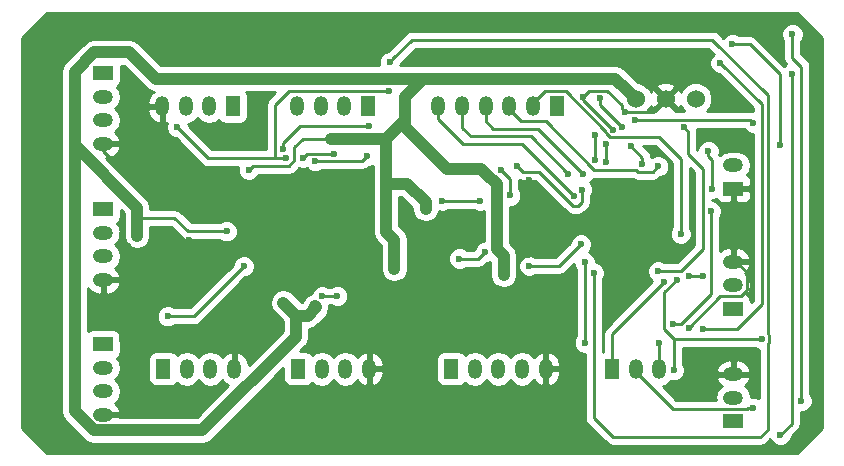
<source format=gbl>
G04 #@! TF.FileFunction,Legend,Bot*
%FSLAX46Y46*%
G04 Gerber Fmt 4.6, Leading zero omitted, Abs format (unit mm)*
G04 Created by KiCad (PCBNEW 4.0.5) date *
%MOMM*%
%LPD*%
G01*
G04 APERTURE LIST*
%ADD10C,0.100000*%
%ADD11R,1.700000X1.200000*%
%ADD12O,1.700000X1.200000*%
%ADD13R,1.200000X1.700000*%
%ADD14O,1.200000X1.700000*%
%ADD15C,1.524000*%
%ADD16C,0.600000*%
%ADD17C,0.250000*%
%ADD18C,0.200000*%
%ADD19C,1.000000*%
%ADD20C,0.254000*%
%ADD21C,0.350000*%
G04 APERTURE END LIST*
D10*
D11*
X161290000Y-132080000D03*
D12*
X161290000Y-130080000D03*
D11*
X107950000Y-122270000D03*
D12*
X107950000Y-124270000D03*
X107950000Y-126270000D03*
X107950000Y-128270000D03*
D11*
X107950000Y-133795000D03*
D12*
X107950000Y-135795000D03*
X107950000Y-137795000D03*
X107950000Y-139795000D03*
D13*
X118935000Y-125095000D03*
D14*
X116935000Y-125095000D03*
X114935000Y-125095000D03*
X112935000Y-125095000D03*
D13*
X124460000Y-147320000D03*
D14*
X126460000Y-147320000D03*
X128460000Y-147320000D03*
X130460000Y-147320000D03*
D11*
X107950000Y-145225000D03*
D12*
X107950000Y-147225000D03*
X107950000Y-149225000D03*
X107950000Y-151225000D03*
D13*
X113030000Y-147320000D03*
D14*
X115030000Y-147320000D03*
X117030000Y-147320000D03*
X119030000Y-147320000D03*
D13*
X130365000Y-125095000D03*
D14*
X128365000Y-125095000D03*
X126365000Y-125095000D03*
X124365000Y-125095000D03*
D13*
X146335000Y-125095000D03*
D14*
X144335000Y-125095000D03*
X142335000Y-125095000D03*
X140335000Y-125095000D03*
X138335000Y-125095000D03*
X136335000Y-125095000D03*
D11*
X161290000Y-151765000D03*
D12*
X161290000Y-149765000D03*
X161290000Y-147765000D03*
D11*
X161290000Y-142240000D03*
D12*
X161290000Y-140240000D03*
X161290000Y-138240000D03*
D13*
X137415000Y-147320000D03*
D14*
X139415000Y-147320000D03*
X141415000Y-147320000D03*
X143415000Y-147320000D03*
X145415000Y-147320000D03*
D13*
X151035000Y-147320000D03*
D14*
X153035000Y-147320000D03*
X155035000Y-147320000D03*
D15*
X158115000Y-124460000D03*
X155575000Y-124460000D03*
X153035000Y-124460000D03*
D16*
X166370000Y-117729000D03*
X137765000Y-135125000D03*
X138635000Y-135925000D03*
X125412500Y-145605500D03*
X110998000Y-148653500D03*
X110172500Y-149542500D03*
X109601000Y-150558500D03*
X110744000Y-144716500D03*
X109791500Y-145351500D03*
X109410500Y-143637000D03*
X108712000Y-142494000D03*
X108077000Y-141668500D03*
X110045500Y-136906000D03*
X109537500Y-136017000D03*
X109601000Y-134493000D03*
X109728000Y-130619500D03*
X110934500Y-131889500D03*
X112268000Y-133096000D03*
X142303500Y-145351500D03*
X140208000Y-145669000D03*
X137160000Y-145542000D03*
X134810500Y-145669000D03*
X134810500Y-147320000D03*
X132905500Y-147510500D03*
X132588000Y-146431000D03*
X131318000Y-145034000D03*
X129222500Y-144780000D03*
X116713000Y-131953000D03*
X116713000Y-130810000D03*
X116903500Y-127762000D03*
X117792500Y-126936500D03*
X121666000Y-125158500D03*
X120904000Y-124396500D03*
X120713500Y-125793500D03*
X158686500Y-127508000D03*
X142113000Y-149733000D03*
X145415000Y-149733000D03*
X147637500Y-149733000D03*
X158242000Y-148907500D03*
X158242000Y-146177000D03*
X114744500Y-153987500D03*
X121221500Y-153987500D03*
X129857500Y-153987500D03*
X137731500Y-153987500D03*
X146431000Y-153987500D03*
X154241500Y-153987500D03*
X160274000Y-153987500D03*
X167005000Y-153987500D03*
X168402000Y-150558500D03*
X168402000Y-146748500D03*
X168402000Y-141541500D03*
X168402000Y-136652000D03*
X168402000Y-130873500D03*
X168402000Y-125730000D03*
X168402000Y-121539000D03*
X161734500Y-117538500D03*
X156146500Y-117475000D03*
X150812500Y-117665500D03*
X102425500Y-152527000D03*
X102425500Y-148336000D03*
X102425500Y-141859000D03*
X102425500Y-136906000D03*
X102425500Y-131572000D03*
X102425500Y-126619000D03*
X102425500Y-121729500D03*
X105346500Y-117665500D03*
X112839500Y-117729000D03*
X120967500Y-117729000D03*
X128397000Y-117729000D03*
X136398000Y-117538500D03*
X142113000Y-117602000D03*
X146304000Y-117729000D03*
X119507000Y-128460500D03*
X121602500Y-128016000D03*
X120713500Y-128079500D03*
X130619500Y-137985500D03*
X130683000Y-136906000D03*
X134302500Y-137541000D03*
X136398000Y-137795000D03*
X135318500Y-137668000D03*
X114871500Y-144907000D03*
X117729000Y-144272000D03*
X119316500Y-144272000D03*
X120586500Y-144272000D03*
X111125000Y-127825500D03*
X110871000Y-128714500D03*
X111696500Y-129349500D03*
X116014500Y-136842500D03*
X115189000Y-136398000D03*
X117411500Y-138176000D03*
X116649500Y-138176000D03*
X115443000Y-138176000D03*
X120332500Y-140208000D03*
X152146000Y-125539500D03*
X148590000Y-124269500D03*
X151130000Y-127063500D03*
X157543500Y-143827500D03*
X150749000Y-143129000D03*
X143879998Y-137668000D03*
X144040930Y-131337532D03*
X145669000Y-140081000D03*
X153257500Y-135567500D03*
X153257500Y-134202500D03*
X151892500Y-134202500D03*
X151892500Y-135567500D03*
X124236250Y-136233750D03*
X126073750Y-136233750D03*
X126073750Y-134396250D03*
X124236250Y-134396250D03*
X120269000Y-130492500D03*
X140398500Y-130810000D03*
X139954000Y-130365500D03*
X135255000Y-133223000D03*
X135255000Y-133794500D03*
X110807500Y-134175500D03*
X110807500Y-135064500D03*
X110807500Y-136080500D03*
X126047500Y-141859000D03*
X123190000Y-141732000D03*
X118396101Y-135690009D03*
X132588000Y-136969500D03*
X132588000Y-137858500D03*
X132588000Y-138874500D03*
X129667000Y-127825500D03*
X128397000Y-127825500D03*
X127254000Y-127825500D03*
X141859000Y-137731500D03*
X141859000Y-138557000D03*
X141859000Y-139382500D03*
X150495000Y-128270000D03*
X150495000Y-129794000D03*
X163004500Y-126492000D03*
X152971500Y-126238000D03*
X156845000Y-135890000D03*
X154940000Y-130175000D03*
X147837990Y-132715000D03*
X147320000Y-130810000D03*
X148590000Y-130810000D03*
X165290500Y-152908000D03*
X166243000Y-122364500D03*
X149606000Y-127508000D03*
X149606000Y-129667000D03*
X156273500Y-147447000D03*
X161226500Y-119824500D03*
X165227000Y-128333500D03*
X163703000Y-144780000D03*
X156527500Y-139763500D03*
X160210500Y-121412000D03*
X158750000Y-143954500D03*
X158750000Y-139446000D03*
X157543500Y-139446000D03*
X155448000Y-139954000D03*
X151906126Y-126869469D03*
X162941000Y-150622000D03*
X167068500Y-150050500D03*
X166306500Y-118999000D03*
X150050500Y-124396500D03*
X152644057Y-128488536D03*
X153606500Y-129995502D03*
X155003500Y-145097500D03*
X148717000Y-145097500D03*
X148717000Y-138303000D03*
X157099000Y-126873000D03*
X154940000Y-139065000D03*
X159489989Y-132063785D03*
X159194500Y-128905000D03*
X123397011Y-129497212D03*
X132143500Y-123761500D03*
X132207000Y-121348500D03*
X149479000Y-139192000D03*
X114236500Y-126873000D03*
X124841000Y-129476500D03*
X127508000Y-129105490D03*
X125883848Y-129743764D03*
X130302000Y-129286000D03*
X123132527Y-128713644D03*
X130429000Y-126746000D03*
X113411000Y-142875000D03*
X119850879Y-138641696D03*
X156210000Y-143510000D03*
X159385000Y-133985000D03*
X126480020Y-141160500D03*
X127780012Y-141160500D03*
X148463000Y-132143500D03*
X143002000Y-130111500D03*
X140271500Y-137414000D03*
X138112500Y-137985500D03*
X139836990Y-133115360D03*
X136652000Y-133096000D03*
X141668500Y-130492500D03*
X142417763Y-132645628D03*
X144018000Y-138620500D03*
X148399500Y-136779000D03*
D17*
X166370000Y-117729000D02*
X161925000Y-117729000D01*
X161925000Y-117729000D02*
X161734500Y-117538500D01*
X109601000Y-150558500D02*
X109601000Y-150114000D01*
X109601000Y-150114000D02*
X110172500Y-149542500D01*
X109410500Y-143637000D02*
X109410500Y-144970500D01*
X109410500Y-144970500D02*
X109791500Y-145351500D01*
X108077000Y-141668500D02*
X108077000Y-141859000D01*
X108077000Y-141859000D02*
X108712000Y-142494000D01*
X109601000Y-134493000D02*
X109601000Y-135953500D01*
X109601000Y-135953500D02*
X109537500Y-136017000D01*
X109728000Y-130619500D02*
X107950000Y-128841500D01*
X107950000Y-128841500D02*
X107950000Y-128270000D01*
X112268000Y-133096000D02*
X112141000Y-133096000D01*
X112141000Y-133096000D02*
X110934500Y-131889500D01*
X137160000Y-145542000D02*
X140081000Y-145542000D01*
X140081000Y-145542000D02*
X140208000Y-145669000D01*
X134810500Y-147320000D02*
X134810500Y-145669000D01*
X132588000Y-146431000D02*
X132588000Y-147193000D01*
X132588000Y-147193000D02*
X132905500Y-147510500D01*
X129222500Y-144780000D02*
X131064000Y-144780000D01*
X131064000Y-144780000D02*
X131318000Y-145034000D01*
X116713000Y-130810000D02*
X113157000Y-130810000D01*
X113157000Y-130810000D02*
X111696500Y-129349500D01*
X116713000Y-130810000D02*
X116713000Y-131953000D01*
X119507000Y-128460500D02*
X119316500Y-128460500D01*
X119316500Y-128460500D02*
X117792500Y-126936500D01*
X120904000Y-124396500D02*
X121666000Y-125158500D01*
X120713500Y-128079500D02*
X120713500Y-125793500D01*
X147637500Y-149733000D02*
X145415000Y-149733000D01*
X161290000Y-147765000D02*
X159830000Y-147765000D01*
X159830000Y-147765000D02*
X158242000Y-146177000D01*
X129857500Y-153987500D02*
X121221500Y-153987500D01*
X146431000Y-153987500D02*
X137731500Y-153987500D01*
X160274000Y-153987500D02*
X154241500Y-153987500D01*
X168402000Y-150558500D02*
X168402000Y-152590500D01*
X168402000Y-152590500D02*
X167005000Y-153987500D01*
X168402000Y-141541500D02*
X168402000Y-146748500D01*
X168402000Y-130873500D02*
X168402000Y-136652000D01*
X168402000Y-121539000D02*
X168402000Y-125730000D01*
X150812500Y-117665500D02*
X155956000Y-117665500D01*
X155956000Y-117665500D02*
X156146500Y-117475000D01*
X102425500Y-148336000D02*
X102425500Y-152527000D01*
X102425500Y-136906000D02*
X102425500Y-141859000D01*
X102425500Y-126619000D02*
X102425500Y-131572000D01*
X105346500Y-117665500D02*
X102425500Y-120586500D01*
X102425500Y-120586500D02*
X102425500Y-121729500D01*
X120967500Y-117729000D02*
X112839500Y-117729000D01*
X136398000Y-117538500D02*
X128587500Y-117538500D01*
X128587500Y-117538500D02*
X128397000Y-117729000D01*
X146304000Y-117729000D02*
X142240000Y-117729000D01*
X142240000Y-117729000D02*
X142113000Y-117602000D01*
D18*
X120713500Y-128079500D02*
X121539000Y-128079500D01*
X121539000Y-128079500D02*
X121602500Y-128016000D01*
D17*
X130619500Y-137985500D02*
X126656750Y-137985500D01*
X126073750Y-137402500D02*
X126073750Y-136233750D01*
X126656750Y-137985500D02*
X126073750Y-137402500D01*
X130683000Y-136906000D02*
X130683000Y-137922000D01*
X130683000Y-137922000D02*
X130619500Y-137985500D01*
X134302500Y-147066000D02*
X134048500Y-147320000D01*
X134048500Y-147320000D02*
X130460000Y-147320000D01*
X134302500Y-137541000D02*
X134302500Y-147066000D01*
X135318500Y-137668000D02*
X136271000Y-137668000D01*
X136271000Y-137668000D02*
X136398000Y-137795000D01*
X119030000Y-141572500D02*
X119030000Y-145732500D01*
X119316500Y-144272000D02*
X119316500Y-145446000D01*
X119316500Y-145446000D02*
X119030000Y-145732500D01*
X119030000Y-145732500D02*
X119030000Y-147320000D01*
X117729000Y-144272000D02*
X115506500Y-144272000D01*
X115506500Y-144272000D02*
X114871500Y-144907000D01*
X120586500Y-144272000D02*
X119316500Y-144272000D01*
X111125000Y-127825500D02*
X110680500Y-128270000D01*
X110680500Y-128270000D02*
X107950000Y-128270000D01*
X111696500Y-129349500D02*
X111506000Y-129349500D01*
X111506000Y-129349500D02*
X110871000Y-128714500D01*
X116014500Y-136842500D02*
X116014500Y-137541000D01*
X116014500Y-137541000D02*
X116649500Y-138176000D01*
X115189000Y-136398000D02*
X115570000Y-136398000D01*
X115570000Y-136398000D02*
X116014500Y-136842500D01*
X112141000Y-138176000D02*
X110522000Y-139795000D01*
X110522000Y-139795000D02*
X107950000Y-139795000D01*
X117411500Y-138176000D02*
X112141000Y-138176000D01*
X115443000Y-138176000D02*
X116649500Y-138176000D01*
X118999000Y-141541500D02*
X119030000Y-141572500D01*
X120332500Y-140208000D02*
X118999000Y-141541500D01*
X150622000Y-123761500D02*
X149098000Y-123761500D01*
X149098000Y-123761500D02*
X148590000Y-124269500D01*
X151846001Y-124985501D02*
X150622000Y-123761500D01*
X152146000Y-125539500D02*
X151846001Y-125239501D01*
X151846001Y-125239501D02*
X151846001Y-124985501D01*
X152146000Y-125539500D02*
X152570264Y-125539500D01*
X152570264Y-125539500D02*
X152577765Y-125547001D01*
X152577765Y-125547001D02*
X154487999Y-125547001D01*
X154487999Y-125547001D02*
X154813001Y-125221999D01*
X154813001Y-125221999D02*
X155575000Y-124460000D01*
X151130000Y-127063500D02*
X148590000Y-124523500D01*
X148590000Y-124523500D02*
X148590000Y-124269500D01*
X157543500Y-143827500D02*
X160205990Y-141165010D01*
X160205990Y-141165010D02*
X161923151Y-141165010D01*
X162465010Y-139165010D02*
X161540000Y-138240000D01*
X161923151Y-141165010D02*
X162465010Y-140623151D01*
X162465010Y-140623151D02*
X162465010Y-139165010D01*
X161540000Y-138240000D02*
X161290000Y-138240000D01*
X150749000Y-143129000D02*
X151892500Y-141985500D01*
X151892500Y-141985500D02*
X151892500Y-135567500D01*
X143065500Y-139319000D02*
X143827500Y-140081000D01*
X143827500Y-140081000D02*
X145669000Y-140081000D01*
X143065500Y-137922000D02*
X143065500Y-139319000D01*
X143319500Y-137668000D02*
X143065500Y-137922000D01*
X143879998Y-137668000D02*
X143319500Y-137668000D01*
X144040930Y-131337532D02*
X144040930Y-137507068D01*
X144040930Y-137507068D02*
X143879998Y-137668000D01*
X145351500Y-140398500D02*
X145415000Y-140462000D01*
X145415000Y-140462000D02*
X145415000Y-147320000D01*
X145669000Y-140081000D02*
X145351500Y-140398500D01*
X120269000Y-130492500D02*
X120650000Y-130111500D01*
X120650000Y-130111500D02*
X123698000Y-130111500D01*
X123698000Y-130111500D02*
X124142500Y-129667000D01*
X124142500Y-129667000D02*
X124142500Y-128524000D01*
X124142500Y-128524000D02*
X124841000Y-127825500D01*
X124841000Y-127825500D02*
X127254000Y-127825500D01*
D19*
X139954000Y-130365500D02*
X140398500Y-130810000D01*
X140398500Y-130810000D02*
X141287500Y-131699000D01*
X135255000Y-133223000D02*
X135255000Y-133794500D01*
X133667500Y-131635500D02*
X135255000Y-133223000D01*
X131889500Y-131635500D02*
X131889500Y-135572500D01*
X131889500Y-127825500D02*
X131889500Y-131635500D01*
X131889500Y-131635500D02*
X133667500Y-131635500D01*
X124269500Y-142811500D02*
X125285500Y-142811500D01*
X125285500Y-142811500D02*
X125968259Y-142128741D01*
X125968259Y-142128741D02*
X125873009Y-142033491D01*
X124269500Y-144589500D02*
X124269500Y-142811500D01*
X124269500Y-142811500D02*
X123190000Y-141732000D01*
X116333990Y-152525010D02*
X124269500Y-144589500D01*
X105537000Y-128397000D02*
X105537000Y-150900491D01*
X105537000Y-150900491D02*
X107161519Y-152525010D01*
X107161519Y-152525010D02*
X116333990Y-152525010D01*
D17*
X113982500Y-134556500D02*
X111188500Y-134556500D01*
X111188500Y-134556500D02*
X110807500Y-134175500D01*
X115116009Y-135690009D02*
X113982500Y-134556500D01*
X118396101Y-135690009D02*
X115116009Y-135690009D01*
D19*
X110807500Y-133667500D02*
X110807500Y-135064500D01*
X110807500Y-135064500D02*
X110807500Y-136080500D01*
X105537000Y-128397000D02*
X110807500Y-133667500D01*
X105537000Y-122174000D02*
X105537000Y-128397000D01*
X107188000Y-120523000D02*
X105537000Y-122174000D01*
X110172500Y-120523000D02*
X107188000Y-120523000D01*
X112395000Y-122745500D02*
X110172500Y-120523000D01*
X135001000Y-122745500D02*
X112395000Y-122745500D01*
X132588000Y-136398000D02*
X132588000Y-138874500D01*
X131889500Y-135699500D02*
X132588000Y-136398000D01*
X131889500Y-135572500D02*
X131889500Y-135699500D01*
X131889500Y-127825500D02*
X128397000Y-127825500D01*
X128397000Y-127825500D02*
X127254000Y-127825500D01*
X141859000Y-137731500D02*
X141859000Y-139382500D01*
X141287500Y-137160000D02*
X141859000Y-137731500D01*
X141287500Y-131699000D02*
X141287500Y-137160000D01*
X137033000Y-130365500D02*
X139954000Y-130365500D01*
X133477000Y-126809500D02*
X137033000Y-130365500D01*
X133477000Y-126238000D02*
X133477000Y-126809500D01*
X133477000Y-126238000D02*
X131889500Y-127825500D01*
X133477000Y-124269500D02*
X133477000Y-126238000D01*
X135001000Y-122745500D02*
X133477000Y-124269500D01*
X151320500Y-122745500D02*
X135001000Y-122745500D01*
X152273001Y-123698001D02*
X151320500Y-122745500D01*
X153035000Y-124460000D02*
X152273001Y-123698001D01*
D17*
X150495000Y-129794000D02*
X150495000Y-128270000D01*
X152971500Y-126238000D02*
X162750500Y-126238000D01*
X162750500Y-126238000D02*
X163004500Y-126492000D01*
X147100002Y-123825000D02*
X145355000Y-123825000D01*
X145355000Y-123825000D02*
X144335000Y-124845000D01*
X154993501Y-127688501D02*
X150829999Y-127688501D01*
X156845000Y-135890000D02*
X156845000Y-129540000D01*
X150504999Y-127363501D02*
X150504999Y-127229997D01*
X150829999Y-127688501D02*
X150504999Y-127363501D01*
X144335000Y-124845000D02*
X144335000Y-125095000D01*
X150504999Y-127229997D02*
X147100002Y-123825000D01*
X156845000Y-129540000D02*
X154993501Y-127688501D01*
X142335000Y-125345000D02*
X142335000Y-125095000D01*
X143355000Y-126365000D02*
X142335000Y-125345000D01*
X145415000Y-126365000D02*
X143355000Y-126365000D01*
X154494497Y-130620503D02*
X153231822Y-130620503D01*
X153086318Y-130474999D02*
X149524999Y-130474999D01*
X154940000Y-130175000D02*
X154494497Y-130620503D01*
X149524999Y-130474999D02*
X145415000Y-126365000D01*
X153231822Y-130620503D02*
X153086318Y-130474999D01*
X147537991Y-132415001D02*
X147837990Y-132715000D01*
X138410000Y-128270000D02*
X143392990Y-128270000D01*
X143392990Y-128270000D02*
X147537991Y-132415001D01*
X136335000Y-125095000D02*
X136335000Y-126195000D01*
X136335000Y-126195000D02*
X138410000Y-128270000D01*
X147320000Y-130810000D02*
X144145000Y-127635000D01*
X144145000Y-127635000D02*
X139065000Y-127635000D01*
X139065000Y-127635000D02*
X138335000Y-126905000D01*
X138335000Y-126905000D02*
X138335000Y-125095000D01*
X148590000Y-130810000D02*
X144780000Y-127000000D01*
X140335000Y-126365000D02*
X140335000Y-125095000D01*
X144780000Y-127000000D02*
X140970000Y-127000000D01*
X140970000Y-127000000D02*
X140335000Y-126365000D01*
X166243000Y-122364500D02*
X166243000Y-151955500D01*
X166243000Y-151955500D02*
X165290500Y-152908000D01*
X149606000Y-129667000D02*
X149606000Y-127508000D01*
X156273500Y-147447000D02*
X156273500Y-144780000D01*
X165227000Y-122364500D02*
X162687000Y-119824500D01*
X162687000Y-119824500D02*
X161226500Y-119824500D01*
X165227000Y-128333500D02*
X165227000Y-122364500D01*
X156273500Y-144780000D02*
X163703000Y-144780000D01*
X155448000Y-143954500D02*
X156273500Y-144780000D01*
X155448000Y-140843000D02*
X155448000Y-143954500D01*
X156527500Y-139763500D02*
X155448000Y-140843000D01*
X163703000Y-124904500D02*
X160210500Y-121412000D01*
X163703000Y-141862002D02*
X163703000Y-124904500D01*
X158750000Y-143954500D02*
X161610502Y-143954500D01*
X161610502Y-143954500D02*
X163703000Y-141862002D01*
X157543500Y-139446000D02*
X158750000Y-139446000D01*
X155448000Y-139954000D02*
X151035000Y-144367000D01*
X151035000Y-144367000D02*
X151035000Y-147320000D01*
X151606127Y-126569470D02*
X151906126Y-126869469D01*
X150050500Y-124396500D02*
X150050500Y-125013843D01*
X150050500Y-125013843D02*
X151606127Y-126569470D01*
X162941000Y-150622000D02*
X162516736Y-150622000D01*
X162516736Y-150622000D02*
X162448726Y-150690010D01*
X162448726Y-150690010D02*
X156155010Y-150690010D01*
X156155010Y-150690010D02*
X153035000Y-147570000D01*
X153035000Y-147570000D02*
X153035000Y-147320000D01*
X166306500Y-120967500D02*
X167068500Y-121729500D01*
X167068500Y-121729500D02*
X167068500Y-150050500D01*
X166306500Y-118999000D02*
X166306500Y-120967500D01*
X153606500Y-129995502D02*
X153606500Y-129450979D01*
X153606500Y-129450979D02*
X152644057Y-128488536D01*
X155003500Y-145097500D02*
X155003500Y-147288500D01*
X155003500Y-147288500D02*
X155035000Y-147320000D01*
X148717000Y-138303000D02*
X148717000Y-145097500D01*
X157480000Y-127635000D02*
X157480000Y-127254000D01*
X157480000Y-127254000D02*
X157099000Y-126873000D01*
X158750000Y-130365500D02*
X157480000Y-129095500D01*
X157480000Y-129095500D02*
X157480000Y-127635000D01*
X158750000Y-137160000D02*
X158750000Y-130365500D01*
X156845000Y-139065000D02*
X158750000Y-137160000D01*
X154940000Y-139065000D02*
X156845000Y-139065000D01*
X159489989Y-131639521D02*
X159489989Y-132063785D01*
X159489989Y-129624753D02*
X159489989Y-131639521D01*
X159194500Y-129329264D02*
X159489989Y-129624753D01*
X159194500Y-128905000D02*
X159194500Y-129329264D01*
X116860712Y-129497212D02*
X122491500Y-129497212D01*
X122491500Y-129497212D02*
X122972747Y-129497212D01*
X122491500Y-129159000D02*
X122491500Y-129497212D01*
X122972747Y-129497212D02*
X123397011Y-129497212D01*
X114236500Y-126873000D02*
X116860712Y-129497212D01*
X132143500Y-123761500D02*
X123698000Y-123761500D01*
X123698000Y-123761500D02*
X122491500Y-124968000D01*
X122491500Y-124968000D02*
X122491500Y-129159000D01*
X134112000Y-119443500D02*
X132506999Y-121048501D01*
X132506999Y-121048501D02*
X132207000Y-121348500D01*
X164211000Y-144362996D02*
X164211000Y-124142500D01*
X149479000Y-151447500D02*
X151130000Y-153098500D01*
X164211000Y-124142500D02*
X159512000Y-119443500D01*
X159512000Y-119443500D02*
X134112000Y-119443500D01*
X151130000Y-153098500D02*
X163576000Y-153098500D01*
X163576000Y-153098500D02*
X164211000Y-152463500D01*
X164328002Y-144479998D02*
X164211000Y-144362996D01*
X164328002Y-145080002D02*
X164328002Y-144479998D01*
X164211000Y-145197004D02*
X164328002Y-145080002D01*
X164211000Y-152463500D02*
X164211000Y-145197004D01*
X149479000Y-139192000D02*
X149479000Y-151447500D01*
X127508000Y-129105490D02*
X125212010Y-129105490D01*
X125212010Y-129105490D02*
X124841000Y-129476500D01*
X129844236Y-129743764D02*
X125883848Y-129743764D01*
X130302000Y-129286000D02*
X129844236Y-129743764D01*
X123132527Y-128200473D02*
X124587000Y-126746000D01*
X124587000Y-126746000D02*
X130429000Y-126746000D01*
X123132527Y-128713644D02*
X123132527Y-128200473D01*
X119850879Y-138641696D02*
X115617575Y-142875000D01*
X115617575Y-142875000D02*
X113411000Y-142875000D01*
X156845000Y-143510000D02*
X156210000Y-143510000D01*
X159385000Y-140970000D02*
X156845000Y-143510000D01*
X159385000Y-133985000D02*
X159385000Y-140970000D01*
X126480020Y-141160500D02*
X127780012Y-141160500D01*
X148145500Y-133540500D02*
X148463000Y-133223000D01*
X148463000Y-133223000D02*
X148463000Y-132143500D01*
X147764500Y-133540500D02*
X148145500Y-133540500D01*
X144843500Y-130619500D02*
X147764500Y-133540500D01*
X143510000Y-130619500D02*
X144843500Y-130619500D01*
X143002000Y-130111500D02*
X143510000Y-130619500D01*
X138112500Y-137985500D02*
X139700000Y-137985500D01*
X139700000Y-137985500D02*
X140271500Y-137414000D01*
X139817630Y-133096000D02*
X139836990Y-133115360D01*
X136652000Y-133096000D02*
X139817630Y-133096000D01*
X142417763Y-131241763D02*
X141668500Y-130492500D01*
X142417763Y-132645628D02*
X142417763Y-131241763D01*
X148399500Y-136779000D02*
X146558000Y-138620500D01*
X146558000Y-138620500D02*
X144018000Y-138620500D01*
D20*
G36*
X168835000Y-119293091D02*
X168835000Y-152359909D01*
X166710908Y-154484000D01*
X103164091Y-154484000D01*
X101040000Y-152359908D01*
X101040000Y-122174000D01*
X104402000Y-122174000D01*
X104402000Y-150900491D01*
X104488397Y-151334837D01*
X104636950Y-151557162D01*
X104734434Y-151703057D01*
X106358953Y-153327576D01*
X106727173Y-153573613D01*
X107161519Y-153660010D01*
X116333990Y-153660010D01*
X116768336Y-153573613D01*
X117136556Y-153327576D01*
X123212560Y-147251572D01*
X123212560Y-148170000D01*
X123256838Y-148405317D01*
X123395910Y-148621441D01*
X123608110Y-148766431D01*
X123860000Y-148817440D01*
X125060000Y-148817440D01*
X125295317Y-148773162D01*
X125511441Y-148634090D01*
X125610901Y-148488525D01*
X125987386Y-148740084D01*
X126460000Y-148834093D01*
X126932614Y-148740084D01*
X127333277Y-148472370D01*
X127460000Y-148282715D01*
X127586723Y-148472370D01*
X127987386Y-148740084D01*
X128460000Y-148834093D01*
X128932614Y-148740084D01*
X129333277Y-148472370D01*
X129462410Y-148279109D01*
X129630875Y-148501933D01*
X130050624Y-148748286D01*
X130142391Y-148763462D01*
X130333000Y-148638731D01*
X130333000Y-147447000D01*
X130587000Y-147447000D01*
X130587000Y-148638731D01*
X130777609Y-148763462D01*
X130869376Y-148748286D01*
X131289125Y-148501933D01*
X131582647Y-148113701D01*
X131705256Y-147642696D01*
X131542547Y-147447000D01*
X130587000Y-147447000D01*
X130333000Y-147447000D01*
X130313000Y-147447000D01*
X130313000Y-147193000D01*
X130333000Y-147193000D01*
X130333000Y-146001269D01*
X130587000Y-146001269D01*
X130587000Y-147193000D01*
X131542547Y-147193000D01*
X131705256Y-146997304D01*
X131582647Y-146526299D01*
X131540083Y-146470000D01*
X136167560Y-146470000D01*
X136167560Y-148170000D01*
X136211838Y-148405317D01*
X136350910Y-148621441D01*
X136563110Y-148766431D01*
X136815000Y-148817440D01*
X138015000Y-148817440D01*
X138250317Y-148773162D01*
X138466441Y-148634090D01*
X138565901Y-148488525D01*
X138942386Y-148740084D01*
X139415000Y-148834093D01*
X139887614Y-148740084D01*
X140288277Y-148472370D01*
X140415000Y-148282715D01*
X140541723Y-148472370D01*
X140942386Y-148740084D01*
X141415000Y-148834093D01*
X141887614Y-148740084D01*
X142288277Y-148472370D01*
X142415000Y-148282715D01*
X142541723Y-148472370D01*
X142942386Y-148740084D01*
X143415000Y-148834093D01*
X143887614Y-148740084D01*
X144288277Y-148472370D01*
X144417410Y-148279109D01*
X144585875Y-148501933D01*
X145005624Y-148748286D01*
X145097391Y-148763462D01*
X145288000Y-148638731D01*
X145288000Y-147447000D01*
X145542000Y-147447000D01*
X145542000Y-148638731D01*
X145732609Y-148763462D01*
X145824376Y-148748286D01*
X146244125Y-148501933D01*
X146537647Y-148113701D01*
X146660256Y-147642696D01*
X146497547Y-147447000D01*
X145542000Y-147447000D01*
X145288000Y-147447000D01*
X145268000Y-147447000D01*
X145268000Y-147193000D01*
X145288000Y-147193000D01*
X145288000Y-146001269D01*
X145542000Y-146001269D01*
X145542000Y-147193000D01*
X146497547Y-147193000D01*
X146660256Y-146997304D01*
X146537647Y-146526299D01*
X146244125Y-146138067D01*
X145824376Y-145891714D01*
X145732609Y-145876538D01*
X145542000Y-146001269D01*
X145288000Y-146001269D01*
X145097391Y-145876538D01*
X145005624Y-145891714D01*
X144585875Y-146138067D01*
X144417410Y-146360891D01*
X144288277Y-146167630D01*
X143887614Y-145899916D01*
X143415000Y-145805907D01*
X142942386Y-145899916D01*
X142541723Y-146167630D01*
X142415000Y-146357285D01*
X142288277Y-146167630D01*
X141887614Y-145899916D01*
X141415000Y-145805907D01*
X140942386Y-145899916D01*
X140541723Y-146167630D01*
X140415000Y-146357285D01*
X140288277Y-146167630D01*
X139887614Y-145899916D01*
X139415000Y-145805907D01*
X138942386Y-145899916D01*
X138565004Y-146152074D01*
X138479090Y-146018559D01*
X138266890Y-145873569D01*
X138015000Y-145822560D01*
X136815000Y-145822560D01*
X136579683Y-145866838D01*
X136363559Y-146005910D01*
X136218569Y-146218110D01*
X136167560Y-146470000D01*
X131540083Y-146470000D01*
X131289125Y-146138067D01*
X130869376Y-145891714D01*
X130777609Y-145876538D01*
X130587000Y-146001269D01*
X130333000Y-146001269D01*
X130142391Y-145876538D01*
X130050624Y-145891714D01*
X129630875Y-146138067D01*
X129462410Y-146360891D01*
X129333277Y-146167630D01*
X128932614Y-145899916D01*
X128460000Y-145805907D01*
X127987386Y-145899916D01*
X127586723Y-146167630D01*
X127460000Y-146357285D01*
X127333277Y-146167630D01*
X126932614Y-145899916D01*
X126460000Y-145805907D01*
X125987386Y-145899916D01*
X125610004Y-146152074D01*
X125524090Y-146018559D01*
X125311890Y-145873569D01*
X125060000Y-145822560D01*
X124641572Y-145822560D01*
X125072066Y-145392066D01*
X125086248Y-145370841D01*
X125318103Y-145023846D01*
X125404500Y-144589500D01*
X125404500Y-143922829D01*
X125719846Y-143860103D01*
X126088066Y-143614066D01*
X126770825Y-142931307D01*
X127016862Y-142563086D01*
X127103259Y-142128741D01*
X127061837Y-141920500D01*
X127217549Y-141920500D01*
X127249685Y-141952692D01*
X127593213Y-142095338D01*
X127965179Y-142095662D01*
X128308955Y-141953617D01*
X128572204Y-141690827D01*
X128714850Y-141347299D01*
X128715174Y-140975333D01*
X128573129Y-140631557D01*
X128310339Y-140368308D01*
X127966811Y-140225662D01*
X127594845Y-140225338D01*
X127251069Y-140367383D01*
X127217894Y-140400500D01*
X127042483Y-140400500D01*
X127010347Y-140368308D01*
X126666819Y-140225662D01*
X126294853Y-140225338D01*
X125951077Y-140367383D01*
X125687828Y-140630173D01*
X125549709Y-140962800D01*
X125438664Y-140984888D01*
X125070443Y-141230925D01*
X124824406Y-141599146D01*
X124809019Y-141676500D01*
X124739633Y-141676500D01*
X123992566Y-140929434D01*
X123624345Y-140683397D01*
X123190000Y-140597000D01*
X122755655Y-140683397D01*
X122387434Y-140929434D01*
X122141397Y-141297655D01*
X122055000Y-141732000D01*
X122141397Y-142166345D01*
X122387434Y-142534566D01*
X123134500Y-143281633D01*
X123134500Y-144119368D01*
X120271395Y-146982473D01*
X120152647Y-146526299D01*
X119859125Y-146138067D01*
X119439376Y-145891714D01*
X119347609Y-145876538D01*
X119157000Y-146001269D01*
X119157000Y-147193000D01*
X119177000Y-147193000D01*
X119177000Y-147447000D01*
X119157000Y-147447000D01*
X119157000Y-147467000D01*
X118903000Y-147467000D01*
X118903000Y-147447000D01*
X118883000Y-147447000D01*
X118883000Y-147193000D01*
X118903000Y-147193000D01*
X118903000Y-146001269D01*
X118712391Y-145876538D01*
X118620624Y-145891714D01*
X118200875Y-146138067D01*
X118032410Y-146360891D01*
X117903277Y-146167630D01*
X117502614Y-145899916D01*
X117030000Y-145805907D01*
X116557386Y-145899916D01*
X116156723Y-146167630D01*
X116030000Y-146357285D01*
X115903277Y-146167630D01*
X115502614Y-145899916D01*
X115030000Y-145805907D01*
X114557386Y-145899916D01*
X114180004Y-146152074D01*
X114094090Y-146018559D01*
X113881890Y-145873569D01*
X113630000Y-145822560D01*
X112430000Y-145822560D01*
X112194683Y-145866838D01*
X111978559Y-146005910D01*
X111833569Y-146218110D01*
X111782560Y-146470000D01*
X111782560Y-148170000D01*
X111826838Y-148405317D01*
X111965910Y-148621441D01*
X112178110Y-148766431D01*
X112430000Y-148817440D01*
X113630000Y-148817440D01*
X113865317Y-148773162D01*
X114081441Y-148634090D01*
X114180901Y-148488525D01*
X114557386Y-148740084D01*
X115030000Y-148834093D01*
X115502614Y-148740084D01*
X115903277Y-148472370D01*
X116030000Y-148282715D01*
X116156723Y-148472370D01*
X116557386Y-148740084D01*
X117030000Y-148834093D01*
X117502614Y-148740084D01*
X117903277Y-148472370D01*
X118032410Y-148279109D01*
X118200875Y-148501933D01*
X118548129Y-148705739D01*
X115863858Y-151390010D01*
X109293604Y-151390010D01*
X109268731Y-151352000D01*
X108077000Y-151352000D01*
X108077000Y-151372000D01*
X107823000Y-151372000D01*
X107823000Y-151352000D01*
X107803000Y-151352000D01*
X107803000Y-151098000D01*
X107823000Y-151098000D01*
X107823000Y-151078000D01*
X108077000Y-151078000D01*
X108077000Y-151098000D01*
X109268731Y-151098000D01*
X109393462Y-150907391D01*
X109378286Y-150815624D01*
X109131933Y-150395875D01*
X108909109Y-150227410D01*
X109102370Y-150098277D01*
X109370084Y-149697614D01*
X109464093Y-149225000D01*
X109370084Y-148752386D01*
X109102370Y-148351723D01*
X108912715Y-148225000D01*
X109102370Y-148098277D01*
X109370084Y-147697614D01*
X109464093Y-147225000D01*
X109370084Y-146752386D01*
X109117926Y-146375004D01*
X109251441Y-146289090D01*
X109396431Y-146076890D01*
X109447440Y-145825000D01*
X109447440Y-144625000D01*
X109403162Y-144389683D01*
X109264090Y-144173559D01*
X109051890Y-144028569D01*
X108800000Y-143977560D01*
X107100000Y-143977560D01*
X106864683Y-144021838D01*
X106672000Y-144145826D01*
X106672000Y-143060167D01*
X112475838Y-143060167D01*
X112617883Y-143403943D01*
X112880673Y-143667192D01*
X113224201Y-143809838D01*
X113596167Y-143810162D01*
X113939943Y-143668117D01*
X113973118Y-143635000D01*
X115617575Y-143635000D01*
X115908414Y-143577148D01*
X116154976Y-143412401D01*
X119990559Y-139576818D01*
X120036046Y-139576858D01*
X120379822Y-139434813D01*
X120643071Y-139172023D01*
X120785717Y-138828495D01*
X120786041Y-138456529D01*
X120643996Y-138112753D01*
X120381206Y-137849504D01*
X120037678Y-137706858D01*
X119665712Y-137706534D01*
X119321936Y-137848579D01*
X119058687Y-138111369D01*
X118916041Y-138454897D01*
X118916000Y-138501773D01*
X115302773Y-142115000D01*
X113973463Y-142115000D01*
X113941327Y-142082808D01*
X113597799Y-141940162D01*
X113225833Y-141939838D01*
X112882057Y-142081883D01*
X112618808Y-142344673D01*
X112476162Y-142688201D01*
X112475838Y-143060167D01*
X106672000Y-143060167D01*
X106672000Y-140460441D01*
X106768067Y-140624125D01*
X107156299Y-140917647D01*
X107627304Y-141040256D01*
X107823000Y-140877547D01*
X107823000Y-139922000D01*
X108077000Y-139922000D01*
X108077000Y-140877547D01*
X108272696Y-141040256D01*
X108743701Y-140917647D01*
X109131933Y-140624125D01*
X109378286Y-140204376D01*
X109393462Y-140112609D01*
X109268731Y-139922000D01*
X108077000Y-139922000D01*
X107823000Y-139922000D01*
X107803000Y-139922000D01*
X107803000Y-139668000D01*
X107823000Y-139668000D01*
X107823000Y-139648000D01*
X108077000Y-139648000D01*
X108077000Y-139668000D01*
X109268731Y-139668000D01*
X109393462Y-139477391D01*
X109378286Y-139385624D01*
X109131933Y-138965875D01*
X108909109Y-138797410D01*
X109102370Y-138668277D01*
X109370084Y-138267614D01*
X109464093Y-137795000D01*
X109370084Y-137322386D01*
X109102370Y-136921723D01*
X108912715Y-136795000D01*
X109102370Y-136668277D01*
X109370084Y-136267614D01*
X109464093Y-135795000D01*
X109370084Y-135322386D01*
X109117926Y-134945004D01*
X109251441Y-134859090D01*
X109396431Y-134646890D01*
X109447440Y-134395000D01*
X109447440Y-133912572D01*
X109672500Y-134137632D01*
X109672500Y-136080500D01*
X109758897Y-136514846D01*
X110004934Y-136883066D01*
X110373154Y-137129103D01*
X110807500Y-137215500D01*
X111241846Y-137129103D01*
X111610066Y-136883066D01*
X111856103Y-136514846D01*
X111942500Y-136080500D01*
X111942500Y-135316500D01*
X113667698Y-135316500D01*
X114578608Y-136227410D01*
X114825170Y-136392157D01*
X115116009Y-136450009D01*
X117833638Y-136450009D01*
X117865774Y-136482201D01*
X118209302Y-136624847D01*
X118581268Y-136625171D01*
X118925044Y-136483126D01*
X119188293Y-136220336D01*
X119330939Y-135876808D01*
X119331263Y-135504842D01*
X119189218Y-135161066D01*
X118926428Y-134897817D01*
X118582900Y-134755171D01*
X118210934Y-134754847D01*
X117867158Y-134896892D01*
X117833983Y-134930009D01*
X115430811Y-134930009D01*
X114519901Y-134019099D01*
X114273339Y-133854352D01*
X113982500Y-133796500D01*
X111942500Y-133796500D01*
X111942500Y-133667500D01*
X111910613Y-133507192D01*
X111856104Y-133233155D01*
X111610066Y-132864934D01*
X108199679Y-129454547D01*
X108272696Y-129515256D01*
X108743701Y-129392647D01*
X109131933Y-129099125D01*
X109378286Y-128679376D01*
X109393462Y-128587609D01*
X109268731Y-128397000D01*
X108077000Y-128397000D01*
X108077000Y-128417000D01*
X107823000Y-128417000D01*
X107823000Y-128397000D01*
X107803000Y-128397000D01*
X107803000Y-128143000D01*
X107823000Y-128143000D01*
X107823000Y-128123000D01*
X108077000Y-128123000D01*
X108077000Y-128143000D01*
X109268731Y-128143000D01*
X109393462Y-127952391D01*
X109378286Y-127860624D01*
X109131933Y-127440875D01*
X108909109Y-127272410D01*
X109102370Y-127143277D01*
X109370084Y-126742614D01*
X109464093Y-126270000D01*
X109370084Y-125797386D01*
X109116384Y-125417696D01*
X111689744Y-125417696D01*
X111812353Y-125888701D01*
X112105875Y-126276933D01*
X112525624Y-126523286D01*
X112617391Y-126538462D01*
X112808000Y-126413731D01*
X112808000Y-125222000D01*
X111852453Y-125222000D01*
X111689744Y-125417696D01*
X109116384Y-125417696D01*
X109102370Y-125396723D01*
X108912715Y-125270000D01*
X109102370Y-125143277D01*
X109370084Y-124742614D01*
X109464093Y-124270000D01*
X109370084Y-123797386D01*
X109117926Y-123420004D01*
X109251441Y-123334090D01*
X109396431Y-123121890D01*
X109447440Y-122870000D01*
X109447440Y-121670000D01*
X109445182Y-121658000D01*
X109702368Y-121658000D01*
X111592434Y-123548066D01*
X111960655Y-123794104D01*
X112220504Y-123845791D01*
X112105875Y-123913067D01*
X111812353Y-124301299D01*
X111689744Y-124772304D01*
X111852453Y-124968000D01*
X112808000Y-124968000D01*
X112808000Y-124948000D01*
X113062000Y-124948000D01*
X113062000Y-124968000D01*
X113082000Y-124968000D01*
X113082000Y-125222000D01*
X113062000Y-125222000D01*
X113062000Y-126413731D01*
X113252609Y-126538462D01*
X113344376Y-126523286D01*
X113377345Y-126503936D01*
X113301662Y-126686201D01*
X113301338Y-127058167D01*
X113443383Y-127401943D01*
X113706173Y-127665192D01*
X114049701Y-127807838D01*
X114096577Y-127807879D01*
X116323311Y-130034613D01*
X116569872Y-130199360D01*
X116860712Y-130257212D01*
X119354296Y-130257212D01*
X119334162Y-130305701D01*
X119333838Y-130677667D01*
X119475883Y-131021443D01*
X119738673Y-131284692D01*
X120082201Y-131427338D01*
X120454167Y-131427662D01*
X120797943Y-131285617D01*
X121061192Y-131022827D01*
X121124029Y-130871500D01*
X123698000Y-130871500D01*
X123988839Y-130813648D01*
X124235401Y-130648901D01*
X124526140Y-130358162D01*
X124654201Y-130411338D01*
X125026167Y-130411662D01*
X125170083Y-130352197D01*
X125353521Y-130535956D01*
X125697049Y-130678602D01*
X126069015Y-130678926D01*
X126412791Y-130536881D01*
X126445966Y-130503764D01*
X129844236Y-130503764D01*
X130135075Y-130445912D01*
X130381637Y-130281165D01*
X130441680Y-130221122D01*
X130487167Y-130221162D01*
X130754500Y-130110703D01*
X130754500Y-135699500D01*
X130840897Y-136133846D01*
X131044910Y-136439173D01*
X131086934Y-136502066D01*
X131453000Y-136868132D01*
X131453000Y-138874500D01*
X131539397Y-139308846D01*
X131785434Y-139677066D01*
X132153654Y-139923103D01*
X132588000Y-140009500D01*
X133022346Y-139923103D01*
X133390566Y-139677066D01*
X133636603Y-139308846D01*
X133723000Y-138874500D01*
X133723000Y-136398000D01*
X133636603Y-135963654D01*
X133390566Y-135595434D01*
X133024500Y-135229368D01*
X133024500Y-132770500D01*
X133197368Y-132770500D01*
X134120000Y-133693132D01*
X134120000Y-133794500D01*
X134206397Y-134228846D01*
X134452434Y-134597066D01*
X134820654Y-134843103D01*
X135255000Y-134929500D01*
X135689346Y-134843103D01*
X136057566Y-134597066D01*
X136303603Y-134228846D01*
X136352313Y-133983963D01*
X136465201Y-134030838D01*
X136837167Y-134031162D01*
X137180943Y-133889117D01*
X137214118Y-133856000D01*
X139255201Y-133856000D01*
X139306663Y-133907552D01*
X139650191Y-134050198D01*
X140022157Y-134050522D01*
X140152500Y-133996666D01*
X140152500Y-136478896D01*
X140086333Y-136478838D01*
X139742557Y-136620883D01*
X139479308Y-136883673D01*
X139337368Y-137225500D01*
X138674963Y-137225500D01*
X138642827Y-137193308D01*
X138299299Y-137050662D01*
X137927333Y-137050338D01*
X137583557Y-137192383D01*
X137320308Y-137455173D01*
X137177662Y-137798701D01*
X137177338Y-138170667D01*
X137319383Y-138514443D01*
X137582173Y-138777692D01*
X137925701Y-138920338D01*
X138297667Y-138920662D01*
X138641443Y-138778617D01*
X138674618Y-138745500D01*
X139700000Y-138745500D01*
X139990839Y-138687648D01*
X140237401Y-138522901D01*
X140411180Y-138349122D01*
X140456667Y-138349162D01*
X140724000Y-138238703D01*
X140724000Y-139382500D01*
X140810397Y-139816846D01*
X141056434Y-140185066D01*
X141424654Y-140431103D01*
X141859000Y-140517500D01*
X142293346Y-140431103D01*
X142661566Y-140185066D01*
X142907603Y-139816846D01*
X142994000Y-139382500D01*
X142994000Y-137731500D01*
X142907603Y-137297154D01*
X142661566Y-136928934D01*
X142422500Y-136689868D01*
X142422500Y-133580633D01*
X142602930Y-133580790D01*
X142946706Y-133438745D01*
X143209955Y-133175955D01*
X143352601Y-132832427D01*
X143352925Y-132460461D01*
X143210880Y-132116685D01*
X143177763Y-132083510D01*
X143177763Y-131293987D01*
X143219161Y-131321648D01*
X143510000Y-131379500D01*
X144528698Y-131379500D01*
X147227099Y-134077901D01*
X147473661Y-134242648D01*
X147764500Y-134300500D01*
X148145500Y-134300500D01*
X148436339Y-134242648D01*
X148682901Y-134077901D01*
X149000401Y-133760401D01*
X149165148Y-133513839D01*
X149223000Y-133223000D01*
X149223000Y-132705963D01*
X149255192Y-132673827D01*
X149397838Y-132330299D01*
X149398162Y-131958333D01*
X149256117Y-131614557D01*
X149181930Y-131540240D01*
X149382192Y-131340327D01*
X149433487Y-131216796D01*
X149524999Y-131234999D01*
X152809802Y-131234999D01*
X152940983Y-131322651D01*
X153231822Y-131380503D01*
X154494497Y-131380503D01*
X154785336Y-131322651D01*
X155031898Y-131157904D01*
X155079680Y-131110122D01*
X155125167Y-131110162D01*
X155468943Y-130968117D01*
X155732192Y-130705327D01*
X155874838Y-130361799D01*
X155875162Y-129989833D01*
X155733117Y-129646057D01*
X155470327Y-129382808D01*
X155126799Y-129240162D01*
X154754833Y-129239838D01*
X154411057Y-129381883D01*
X154362989Y-129429867D01*
X154362129Y-129429006D01*
X154308648Y-129160140D01*
X154143901Y-128913578D01*
X153678824Y-128448501D01*
X154678699Y-128448501D01*
X156085000Y-129854802D01*
X156085000Y-135327537D01*
X156052808Y-135359673D01*
X155910162Y-135703201D01*
X155909838Y-136075167D01*
X156051883Y-136418943D01*
X156314673Y-136682192D01*
X156658201Y-136824838D01*
X157030167Y-136825162D01*
X157373943Y-136683117D01*
X157637192Y-136420327D01*
X157779838Y-136076799D01*
X157780162Y-135704833D01*
X157638117Y-135361057D01*
X157605000Y-135327882D01*
X157605000Y-130295302D01*
X157990000Y-130680302D01*
X157990000Y-136845198D01*
X156530198Y-138305000D01*
X155502463Y-138305000D01*
X155470327Y-138272808D01*
X155126799Y-138130162D01*
X154754833Y-138129838D01*
X154411057Y-138271883D01*
X154147808Y-138534673D01*
X154005162Y-138878201D01*
X154004838Y-139250167D01*
X154146883Y-139593943D01*
X154409673Y-139857192D01*
X154452304Y-139874894D01*
X150497599Y-143829599D01*
X150332852Y-144076161D01*
X150275000Y-144367000D01*
X150275000Y-145852666D01*
X150239000Y-145859440D01*
X150239000Y-139754463D01*
X150271192Y-139722327D01*
X150413838Y-139378799D01*
X150414162Y-139006833D01*
X150272117Y-138663057D01*
X150009327Y-138399808D01*
X149665799Y-138257162D01*
X149652041Y-138257150D01*
X149652162Y-138117833D01*
X149510117Y-137774057D01*
X149247327Y-137510808D01*
X149065495Y-137435304D01*
X149191692Y-137309327D01*
X149334338Y-136965799D01*
X149334662Y-136593833D01*
X149192617Y-136250057D01*
X148929827Y-135986808D01*
X148586299Y-135844162D01*
X148214333Y-135843838D01*
X147870557Y-135985883D01*
X147607308Y-136248673D01*
X147464662Y-136592201D01*
X147464621Y-136639077D01*
X146243198Y-137860500D01*
X144580463Y-137860500D01*
X144548327Y-137828308D01*
X144204799Y-137685662D01*
X143832833Y-137685338D01*
X143489057Y-137827383D01*
X143225808Y-138090173D01*
X143083162Y-138433701D01*
X143082838Y-138805667D01*
X143224883Y-139149443D01*
X143487673Y-139412692D01*
X143831201Y-139555338D01*
X144203167Y-139555662D01*
X144546943Y-139413617D01*
X144580118Y-139380500D01*
X146558000Y-139380500D01*
X146848839Y-139322648D01*
X147095401Y-139157901D01*
X147781853Y-138471449D01*
X147781838Y-138488167D01*
X147923883Y-138831943D01*
X147957000Y-138865118D01*
X147957000Y-144535037D01*
X147924808Y-144567173D01*
X147782162Y-144910701D01*
X147781838Y-145282667D01*
X147923883Y-145626443D01*
X148186673Y-145889692D01*
X148530201Y-146032338D01*
X148719000Y-146032502D01*
X148719000Y-151447500D01*
X148776852Y-151738339D01*
X148941599Y-151984901D01*
X150592599Y-153635901D01*
X150839161Y-153800648D01*
X151130000Y-153858500D01*
X163576000Y-153858500D01*
X163866839Y-153800648D01*
X164113401Y-153635901D01*
X164443285Y-153306017D01*
X164497383Y-153436943D01*
X164760173Y-153700192D01*
X165103701Y-153842838D01*
X165475667Y-153843162D01*
X165819443Y-153701117D01*
X166082692Y-153438327D01*
X166225338Y-153094799D01*
X166225379Y-153047923D01*
X166780401Y-152492901D01*
X166945148Y-152246340D01*
X166963922Y-152151955D01*
X167003000Y-151955500D01*
X167003000Y-150985444D01*
X167253667Y-150985662D01*
X167597443Y-150843617D01*
X167860692Y-150580827D01*
X168003338Y-150237299D01*
X168003662Y-149865333D01*
X167861617Y-149521557D01*
X167828500Y-149488382D01*
X167828500Y-121729500D01*
X167770648Y-121438661D01*
X167605901Y-121192099D01*
X167066500Y-120652698D01*
X167066500Y-119561463D01*
X167098692Y-119529327D01*
X167241338Y-119185799D01*
X167241662Y-118813833D01*
X167099617Y-118470057D01*
X166836827Y-118206808D01*
X166493299Y-118064162D01*
X166121333Y-118063838D01*
X165777557Y-118205883D01*
X165514308Y-118468673D01*
X165371662Y-118812201D01*
X165371338Y-119184167D01*
X165513383Y-119527943D01*
X165546500Y-119561118D01*
X165546500Y-120967500D01*
X165604352Y-121258339D01*
X165769099Y-121504901D01*
X165800050Y-121535852D01*
X165714057Y-121571383D01*
X165611281Y-121673979D01*
X163224401Y-119287099D01*
X162977839Y-119122352D01*
X162687000Y-119064500D01*
X161788963Y-119064500D01*
X161756827Y-119032308D01*
X161413299Y-118889662D01*
X161041333Y-118889338D01*
X160697557Y-119031383D01*
X160435893Y-119292591D01*
X160049401Y-118906099D01*
X159802839Y-118741352D01*
X159512000Y-118683500D01*
X134112000Y-118683500D01*
X133821160Y-118741352D01*
X133574599Y-118906099D01*
X132067320Y-120413378D01*
X132021833Y-120413338D01*
X131678057Y-120555383D01*
X131414808Y-120818173D01*
X131272162Y-121161701D01*
X131271838Y-121533667D01*
X131303585Y-121610500D01*
X112865132Y-121610500D01*
X110975066Y-119720434D01*
X110851247Y-119637701D01*
X110606846Y-119474397D01*
X110172500Y-119388000D01*
X107188000Y-119388000D01*
X106753655Y-119474396D01*
X106385434Y-119720434D01*
X104734434Y-121371434D01*
X104488397Y-121739654D01*
X104402000Y-122174000D01*
X101040000Y-122174000D01*
X101040000Y-119293092D01*
X103164091Y-117169000D01*
X166710908Y-117169000D01*
X168835000Y-119293091D01*
X168835000Y-119293091D01*
G37*
X168835000Y-119293091D02*
X168835000Y-152359909D01*
X166710908Y-154484000D01*
X103164091Y-154484000D01*
X101040000Y-152359908D01*
X101040000Y-122174000D01*
X104402000Y-122174000D01*
X104402000Y-150900491D01*
X104488397Y-151334837D01*
X104636950Y-151557162D01*
X104734434Y-151703057D01*
X106358953Y-153327576D01*
X106727173Y-153573613D01*
X107161519Y-153660010D01*
X116333990Y-153660010D01*
X116768336Y-153573613D01*
X117136556Y-153327576D01*
X123212560Y-147251572D01*
X123212560Y-148170000D01*
X123256838Y-148405317D01*
X123395910Y-148621441D01*
X123608110Y-148766431D01*
X123860000Y-148817440D01*
X125060000Y-148817440D01*
X125295317Y-148773162D01*
X125511441Y-148634090D01*
X125610901Y-148488525D01*
X125987386Y-148740084D01*
X126460000Y-148834093D01*
X126932614Y-148740084D01*
X127333277Y-148472370D01*
X127460000Y-148282715D01*
X127586723Y-148472370D01*
X127987386Y-148740084D01*
X128460000Y-148834093D01*
X128932614Y-148740084D01*
X129333277Y-148472370D01*
X129462410Y-148279109D01*
X129630875Y-148501933D01*
X130050624Y-148748286D01*
X130142391Y-148763462D01*
X130333000Y-148638731D01*
X130333000Y-147447000D01*
X130587000Y-147447000D01*
X130587000Y-148638731D01*
X130777609Y-148763462D01*
X130869376Y-148748286D01*
X131289125Y-148501933D01*
X131582647Y-148113701D01*
X131705256Y-147642696D01*
X131542547Y-147447000D01*
X130587000Y-147447000D01*
X130333000Y-147447000D01*
X130313000Y-147447000D01*
X130313000Y-147193000D01*
X130333000Y-147193000D01*
X130333000Y-146001269D01*
X130587000Y-146001269D01*
X130587000Y-147193000D01*
X131542547Y-147193000D01*
X131705256Y-146997304D01*
X131582647Y-146526299D01*
X131540083Y-146470000D01*
X136167560Y-146470000D01*
X136167560Y-148170000D01*
X136211838Y-148405317D01*
X136350910Y-148621441D01*
X136563110Y-148766431D01*
X136815000Y-148817440D01*
X138015000Y-148817440D01*
X138250317Y-148773162D01*
X138466441Y-148634090D01*
X138565901Y-148488525D01*
X138942386Y-148740084D01*
X139415000Y-148834093D01*
X139887614Y-148740084D01*
X140288277Y-148472370D01*
X140415000Y-148282715D01*
X140541723Y-148472370D01*
X140942386Y-148740084D01*
X141415000Y-148834093D01*
X141887614Y-148740084D01*
X142288277Y-148472370D01*
X142415000Y-148282715D01*
X142541723Y-148472370D01*
X142942386Y-148740084D01*
X143415000Y-148834093D01*
X143887614Y-148740084D01*
X144288277Y-148472370D01*
X144417410Y-148279109D01*
X144585875Y-148501933D01*
X145005624Y-148748286D01*
X145097391Y-148763462D01*
X145288000Y-148638731D01*
X145288000Y-147447000D01*
X145542000Y-147447000D01*
X145542000Y-148638731D01*
X145732609Y-148763462D01*
X145824376Y-148748286D01*
X146244125Y-148501933D01*
X146537647Y-148113701D01*
X146660256Y-147642696D01*
X146497547Y-147447000D01*
X145542000Y-147447000D01*
X145288000Y-147447000D01*
X145268000Y-147447000D01*
X145268000Y-147193000D01*
X145288000Y-147193000D01*
X145288000Y-146001269D01*
X145542000Y-146001269D01*
X145542000Y-147193000D01*
X146497547Y-147193000D01*
X146660256Y-146997304D01*
X146537647Y-146526299D01*
X146244125Y-146138067D01*
X145824376Y-145891714D01*
X145732609Y-145876538D01*
X145542000Y-146001269D01*
X145288000Y-146001269D01*
X145097391Y-145876538D01*
X145005624Y-145891714D01*
X144585875Y-146138067D01*
X144417410Y-146360891D01*
X144288277Y-146167630D01*
X143887614Y-145899916D01*
X143415000Y-145805907D01*
X142942386Y-145899916D01*
X142541723Y-146167630D01*
X142415000Y-146357285D01*
X142288277Y-146167630D01*
X141887614Y-145899916D01*
X141415000Y-145805907D01*
X140942386Y-145899916D01*
X140541723Y-146167630D01*
X140415000Y-146357285D01*
X140288277Y-146167630D01*
X139887614Y-145899916D01*
X139415000Y-145805907D01*
X138942386Y-145899916D01*
X138565004Y-146152074D01*
X138479090Y-146018559D01*
X138266890Y-145873569D01*
X138015000Y-145822560D01*
X136815000Y-145822560D01*
X136579683Y-145866838D01*
X136363559Y-146005910D01*
X136218569Y-146218110D01*
X136167560Y-146470000D01*
X131540083Y-146470000D01*
X131289125Y-146138067D01*
X130869376Y-145891714D01*
X130777609Y-145876538D01*
X130587000Y-146001269D01*
X130333000Y-146001269D01*
X130142391Y-145876538D01*
X130050624Y-145891714D01*
X129630875Y-146138067D01*
X129462410Y-146360891D01*
X129333277Y-146167630D01*
X128932614Y-145899916D01*
X128460000Y-145805907D01*
X127987386Y-145899916D01*
X127586723Y-146167630D01*
X127460000Y-146357285D01*
X127333277Y-146167630D01*
X126932614Y-145899916D01*
X126460000Y-145805907D01*
X125987386Y-145899916D01*
X125610004Y-146152074D01*
X125524090Y-146018559D01*
X125311890Y-145873569D01*
X125060000Y-145822560D01*
X124641572Y-145822560D01*
X125072066Y-145392066D01*
X125086248Y-145370841D01*
X125318103Y-145023846D01*
X125404500Y-144589500D01*
X125404500Y-143922829D01*
X125719846Y-143860103D01*
X126088066Y-143614066D01*
X126770825Y-142931307D01*
X127016862Y-142563086D01*
X127103259Y-142128741D01*
X127061837Y-141920500D01*
X127217549Y-141920500D01*
X127249685Y-141952692D01*
X127593213Y-142095338D01*
X127965179Y-142095662D01*
X128308955Y-141953617D01*
X128572204Y-141690827D01*
X128714850Y-141347299D01*
X128715174Y-140975333D01*
X128573129Y-140631557D01*
X128310339Y-140368308D01*
X127966811Y-140225662D01*
X127594845Y-140225338D01*
X127251069Y-140367383D01*
X127217894Y-140400500D01*
X127042483Y-140400500D01*
X127010347Y-140368308D01*
X126666819Y-140225662D01*
X126294853Y-140225338D01*
X125951077Y-140367383D01*
X125687828Y-140630173D01*
X125549709Y-140962800D01*
X125438664Y-140984888D01*
X125070443Y-141230925D01*
X124824406Y-141599146D01*
X124809019Y-141676500D01*
X124739633Y-141676500D01*
X123992566Y-140929434D01*
X123624345Y-140683397D01*
X123190000Y-140597000D01*
X122755655Y-140683397D01*
X122387434Y-140929434D01*
X122141397Y-141297655D01*
X122055000Y-141732000D01*
X122141397Y-142166345D01*
X122387434Y-142534566D01*
X123134500Y-143281633D01*
X123134500Y-144119368D01*
X120271395Y-146982473D01*
X120152647Y-146526299D01*
X119859125Y-146138067D01*
X119439376Y-145891714D01*
X119347609Y-145876538D01*
X119157000Y-146001269D01*
X119157000Y-147193000D01*
X119177000Y-147193000D01*
X119177000Y-147447000D01*
X119157000Y-147447000D01*
X119157000Y-147467000D01*
X118903000Y-147467000D01*
X118903000Y-147447000D01*
X118883000Y-147447000D01*
X118883000Y-147193000D01*
X118903000Y-147193000D01*
X118903000Y-146001269D01*
X118712391Y-145876538D01*
X118620624Y-145891714D01*
X118200875Y-146138067D01*
X118032410Y-146360891D01*
X117903277Y-146167630D01*
X117502614Y-145899916D01*
X117030000Y-145805907D01*
X116557386Y-145899916D01*
X116156723Y-146167630D01*
X116030000Y-146357285D01*
X115903277Y-146167630D01*
X115502614Y-145899916D01*
X115030000Y-145805907D01*
X114557386Y-145899916D01*
X114180004Y-146152074D01*
X114094090Y-146018559D01*
X113881890Y-145873569D01*
X113630000Y-145822560D01*
X112430000Y-145822560D01*
X112194683Y-145866838D01*
X111978559Y-146005910D01*
X111833569Y-146218110D01*
X111782560Y-146470000D01*
X111782560Y-148170000D01*
X111826838Y-148405317D01*
X111965910Y-148621441D01*
X112178110Y-148766431D01*
X112430000Y-148817440D01*
X113630000Y-148817440D01*
X113865317Y-148773162D01*
X114081441Y-148634090D01*
X114180901Y-148488525D01*
X114557386Y-148740084D01*
X115030000Y-148834093D01*
X115502614Y-148740084D01*
X115903277Y-148472370D01*
X116030000Y-148282715D01*
X116156723Y-148472370D01*
X116557386Y-148740084D01*
X117030000Y-148834093D01*
X117502614Y-148740084D01*
X117903277Y-148472370D01*
X118032410Y-148279109D01*
X118200875Y-148501933D01*
X118548129Y-148705739D01*
X115863858Y-151390010D01*
X109293604Y-151390010D01*
X109268731Y-151352000D01*
X108077000Y-151352000D01*
X108077000Y-151372000D01*
X107823000Y-151372000D01*
X107823000Y-151352000D01*
X107803000Y-151352000D01*
X107803000Y-151098000D01*
X107823000Y-151098000D01*
X107823000Y-151078000D01*
X108077000Y-151078000D01*
X108077000Y-151098000D01*
X109268731Y-151098000D01*
X109393462Y-150907391D01*
X109378286Y-150815624D01*
X109131933Y-150395875D01*
X108909109Y-150227410D01*
X109102370Y-150098277D01*
X109370084Y-149697614D01*
X109464093Y-149225000D01*
X109370084Y-148752386D01*
X109102370Y-148351723D01*
X108912715Y-148225000D01*
X109102370Y-148098277D01*
X109370084Y-147697614D01*
X109464093Y-147225000D01*
X109370084Y-146752386D01*
X109117926Y-146375004D01*
X109251441Y-146289090D01*
X109396431Y-146076890D01*
X109447440Y-145825000D01*
X109447440Y-144625000D01*
X109403162Y-144389683D01*
X109264090Y-144173559D01*
X109051890Y-144028569D01*
X108800000Y-143977560D01*
X107100000Y-143977560D01*
X106864683Y-144021838D01*
X106672000Y-144145826D01*
X106672000Y-143060167D01*
X112475838Y-143060167D01*
X112617883Y-143403943D01*
X112880673Y-143667192D01*
X113224201Y-143809838D01*
X113596167Y-143810162D01*
X113939943Y-143668117D01*
X113973118Y-143635000D01*
X115617575Y-143635000D01*
X115908414Y-143577148D01*
X116154976Y-143412401D01*
X119990559Y-139576818D01*
X120036046Y-139576858D01*
X120379822Y-139434813D01*
X120643071Y-139172023D01*
X120785717Y-138828495D01*
X120786041Y-138456529D01*
X120643996Y-138112753D01*
X120381206Y-137849504D01*
X120037678Y-137706858D01*
X119665712Y-137706534D01*
X119321936Y-137848579D01*
X119058687Y-138111369D01*
X118916041Y-138454897D01*
X118916000Y-138501773D01*
X115302773Y-142115000D01*
X113973463Y-142115000D01*
X113941327Y-142082808D01*
X113597799Y-141940162D01*
X113225833Y-141939838D01*
X112882057Y-142081883D01*
X112618808Y-142344673D01*
X112476162Y-142688201D01*
X112475838Y-143060167D01*
X106672000Y-143060167D01*
X106672000Y-140460441D01*
X106768067Y-140624125D01*
X107156299Y-140917647D01*
X107627304Y-141040256D01*
X107823000Y-140877547D01*
X107823000Y-139922000D01*
X108077000Y-139922000D01*
X108077000Y-140877547D01*
X108272696Y-141040256D01*
X108743701Y-140917647D01*
X109131933Y-140624125D01*
X109378286Y-140204376D01*
X109393462Y-140112609D01*
X109268731Y-139922000D01*
X108077000Y-139922000D01*
X107823000Y-139922000D01*
X107803000Y-139922000D01*
X107803000Y-139668000D01*
X107823000Y-139668000D01*
X107823000Y-139648000D01*
X108077000Y-139648000D01*
X108077000Y-139668000D01*
X109268731Y-139668000D01*
X109393462Y-139477391D01*
X109378286Y-139385624D01*
X109131933Y-138965875D01*
X108909109Y-138797410D01*
X109102370Y-138668277D01*
X109370084Y-138267614D01*
X109464093Y-137795000D01*
X109370084Y-137322386D01*
X109102370Y-136921723D01*
X108912715Y-136795000D01*
X109102370Y-136668277D01*
X109370084Y-136267614D01*
X109464093Y-135795000D01*
X109370084Y-135322386D01*
X109117926Y-134945004D01*
X109251441Y-134859090D01*
X109396431Y-134646890D01*
X109447440Y-134395000D01*
X109447440Y-133912572D01*
X109672500Y-134137632D01*
X109672500Y-136080500D01*
X109758897Y-136514846D01*
X110004934Y-136883066D01*
X110373154Y-137129103D01*
X110807500Y-137215500D01*
X111241846Y-137129103D01*
X111610066Y-136883066D01*
X111856103Y-136514846D01*
X111942500Y-136080500D01*
X111942500Y-135316500D01*
X113667698Y-135316500D01*
X114578608Y-136227410D01*
X114825170Y-136392157D01*
X115116009Y-136450009D01*
X117833638Y-136450009D01*
X117865774Y-136482201D01*
X118209302Y-136624847D01*
X118581268Y-136625171D01*
X118925044Y-136483126D01*
X119188293Y-136220336D01*
X119330939Y-135876808D01*
X119331263Y-135504842D01*
X119189218Y-135161066D01*
X118926428Y-134897817D01*
X118582900Y-134755171D01*
X118210934Y-134754847D01*
X117867158Y-134896892D01*
X117833983Y-134930009D01*
X115430811Y-134930009D01*
X114519901Y-134019099D01*
X114273339Y-133854352D01*
X113982500Y-133796500D01*
X111942500Y-133796500D01*
X111942500Y-133667500D01*
X111910613Y-133507192D01*
X111856104Y-133233155D01*
X111610066Y-132864934D01*
X108199679Y-129454547D01*
X108272696Y-129515256D01*
X108743701Y-129392647D01*
X109131933Y-129099125D01*
X109378286Y-128679376D01*
X109393462Y-128587609D01*
X109268731Y-128397000D01*
X108077000Y-128397000D01*
X108077000Y-128417000D01*
X107823000Y-128417000D01*
X107823000Y-128397000D01*
X107803000Y-128397000D01*
X107803000Y-128143000D01*
X107823000Y-128143000D01*
X107823000Y-128123000D01*
X108077000Y-128123000D01*
X108077000Y-128143000D01*
X109268731Y-128143000D01*
X109393462Y-127952391D01*
X109378286Y-127860624D01*
X109131933Y-127440875D01*
X108909109Y-127272410D01*
X109102370Y-127143277D01*
X109370084Y-126742614D01*
X109464093Y-126270000D01*
X109370084Y-125797386D01*
X109116384Y-125417696D01*
X111689744Y-125417696D01*
X111812353Y-125888701D01*
X112105875Y-126276933D01*
X112525624Y-126523286D01*
X112617391Y-126538462D01*
X112808000Y-126413731D01*
X112808000Y-125222000D01*
X111852453Y-125222000D01*
X111689744Y-125417696D01*
X109116384Y-125417696D01*
X109102370Y-125396723D01*
X108912715Y-125270000D01*
X109102370Y-125143277D01*
X109370084Y-124742614D01*
X109464093Y-124270000D01*
X109370084Y-123797386D01*
X109117926Y-123420004D01*
X109251441Y-123334090D01*
X109396431Y-123121890D01*
X109447440Y-122870000D01*
X109447440Y-121670000D01*
X109445182Y-121658000D01*
X109702368Y-121658000D01*
X111592434Y-123548066D01*
X111960655Y-123794104D01*
X112220504Y-123845791D01*
X112105875Y-123913067D01*
X111812353Y-124301299D01*
X111689744Y-124772304D01*
X111852453Y-124968000D01*
X112808000Y-124968000D01*
X112808000Y-124948000D01*
X113062000Y-124948000D01*
X113062000Y-124968000D01*
X113082000Y-124968000D01*
X113082000Y-125222000D01*
X113062000Y-125222000D01*
X113062000Y-126413731D01*
X113252609Y-126538462D01*
X113344376Y-126523286D01*
X113377345Y-126503936D01*
X113301662Y-126686201D01*
X113301338Y-127058167D01*
X113443383Y-127401943D01*
X113706173Y-127665192D01*
X114049701Y-127807838D01*
X114096577Y-127807879D01*
X116323311Y-130034613D01*
X116569872Y-130199360D01*
X116860712Y-130257212D01*
X119354296Y-130257212D01*
X119334162Y-130305701D01*
X119333838Y-130677667D01*
X119475883Y-131021443D01*
X119738673Y-131284692D01*
X120082201Y-131427338D01*
X120454167Y-131427662D01*
X120797943Y-131285617D01*
X121061192Y-131022827D01*
X121124029Y-130871500D01*
X123698000Y-130871500D01*
X123988839Y-130813648D01*
X124235401Y-130648901D01*
X124526140Y-130358162D01*
X124654201Y-130411338D01*
X125026167Y-130411662D01*
X125170083Y-130352197D01*
X125353521Y-130535956D01*
X125697049Y-130678602D01*
X126069015Y-130678926D01*
X126412791Y-130536881D01*
X126445966Y-130503764D01*
X129844236Y-130503764D01*
X130135075Y-130445912D01*
X130381637Y-130281165D01*
X130441680Y-130221122D01*
X130487167Y-130221162D01*
X130754500Y-130110703D01*
X130754500Y-135699500D01*
X130840897Y-136133846D01*
X131044910Y-136439173D01*
X131086934Y-136502066D01*
X131453000Y-136868132D01*
X131453000Y-138874500D01*
X131539397Y-139308846D01*
X131785434Y-139677066D01*
X132153654Y-139923103D01*
X132588000Y-140009500D01*
X133022346Y-139923103D01*
X133390566Y-139677066D01*
X133636603Y-139308846D01*
X133723000Y-138874500D01*
X133723000Y-136398000D01*
X133636603Y-135963654D01*
X133390566Y-135595434D01*
X133024500Y-135229368D01*
X133024500Y-132770500D01*
X133197368Y-132770500D01*
X134120000Y-133693132D01*
X134120000Y-133794500D01*
X134206397Y-134228846D01*
X134452434Y-134597066D01*
X134820654Y-134843103D01*
X135255000Y-134929500D01*
X135689346Y-134843103D01*
X136057566Y-134597066D01*
X136303603Y-134228846D01*
X136352313Y-133983963D01*
X136465201Y-134030838D01*
X136837167Y-134031162D01*
X137180943Y-133889117D01*
X137214118Y-133856000D01*
X139255201Y-133856000D01*
X139306663Y-133907552D01*
X139650191Y-134050198D01*
X140022157Y-134050522D01*
X140152500Y-133996666D01*
X140152500Y-136478896D01*
X140086333Y-136478838D01*
X139742557Y-136620883D01*
X139479308Y-136883673D01*
X139337368Y-137225500D01*
X138674963Y-137225500D01*
X138642827Y-137193308D01*
X138299299Y-137050662D01*
X137927333Y-137050338D01*
X137583557Y-137192383D01*
X137320308Y-137455173D01*
X137177662Y-137798701D01*
X137177338Y-138170667D01*
X137319383Y-138514443D01*
X137582173Y-138777692D01*
X137925701Y-138920338D01*
X138297667Y-138920662D01*
X138641443Y-138778617D01*
X138674618Y-138745500D01*
X139700000Y-138745500D01*
X139990839Y-138687648D01*
X140237401Y-138522901D01*
X140411180Y-138349122D01*
X140456667Y-138349162D01*
X140724000Y-138238703D01*
X140724000Y-139382500D01*
X140810397Y-139816846D01*
X141056434Y-140185066D01*
X141424654Y-140431103D01*
X141859000Y-140517500D01*
X142293346Y-140431103D01*
X142661566Y-140185066D01*
X142907603Y-139816846D01*
X142994000Y-139382500D01*
X142994000Y-137731500D01*
X142907603Y-137297154D01*
X142661566Y-136928934D01*
X142422500Y-136689868D01*
X142422500Y-133580633D01*
X142602930Y-133580790D01*
X142946706Y-133438745D01*
X143209955Y-133175955D01*
X143352601Y-132832427D01*
X143352925Y-132460461D01*
X143210880Y-132116685D01*
X143177763Y-132083510D01*
X143177763Y-131293987D01*
X143219161Y-131321648D01*
X143510000Y-131379500D01*
X144528698Y-131379500D01*
X147227099Y-134077901D01*
X147473661Y-134242648D01*
X147764500Y-134300500D01*
X148145500Y-134300500D01*
X148436339Y-134242648D01*
X148682901Y-134077901D01*
X149000401Y-133760401D01*
X149165148Y-133513839D01*
X149223000Y-133223000D01*
X149223000Y-132705963D01*
X149255192Y-132673827D01*
X149397838Y-132330299D01*
X149398162Y-131958333D01*
X149256117Y-131614557D01*
X149181930Y-131540240D01*
X149382192Y-131340327D01*
X149433487Y-131216796D01*
X149524999Y-131234999D01*
X152809802Y-131234999D01*
X152940983Y-131322651D01*
X153231822Y-131380503D01*
X154494497Y-131380503D01*
X154785336Y-131322651D01*
X155031898Y-131157904D01*
X155079680Y-131110122D01*
X155125167Y-131110162D01*
X155468943Y-130968117D01*
X155732192Y-130705327D01*
X155874838Y-130361799D01*
X155875162Y-129989833D01*
X155733117Y-129646057D01*
X155470327Y-129382808D01*
X155126799Y-129240162D01*
X154754833Y-129239838D01*
X154411057Y-129381883D01*
X154362989Y-129429867D01*
X154362129Y-129429006D01*
X154308648Y-129160140D01*
X154143901Y-128913578D01*
X153678824Y-128448501D01*
X154678699Y-128448501D01*
X156085000Y-129854802D01*
X156085000Y-135327537D01*
X156052808Y-135359673D01*
X155910162Y-135703201D01*
X155909838Y-136075167D01*
X156051883Y-136418943D01*
X156314673Y-136682192D01*
X156658201Y-136824838D01*
X157030167Y-136825162D01*
X157373943Y-136683117D01*
X157637192Y-136420327D01*
X157779838Y-136076799D01*
X157780162Y-135704833D01*
X157638117Y-135361057D01*
X157605000Y-135327882D01*
X157605000Y-130295302D01*
X157990000Y-130680302D01*
X157990000Y-136845198D01*
X156530198Y-138305000D01*
X155502463Y-138305000D01*
X155470327Y-138272808D01*
X155126799Y-138130162D01*
X154754833Y-138129838D01*
X154411057Y-138271883D01*
X154147808Y-138534673D01*
X154005162Y-138878201D01*
X154004838Y-139250167D01*
X154146883Y-139593943D01*
X154409673Y-139857192D01*
X154452304Y-139874894D01*
X150497599Y-143829599D01*
X150332852Y-144076161D01*
X150275000Y-144367000D01*
X150275000Y-145852666D01*
X150239000Y-145859440D01*
X150239000Y-139754463D01*
X150271192Y-139722327D01*
X150413838Y-139378799D01*
X150414162Y-139006833D01*
X150272117Y-138663057D01*
X150009327Y-138399808D01*
X149665799Y-138257162D01*
X149652041Y-138257150D01*
X149652162Y-138117833D01*
X149510117Y-137774057D01*
X149247327Y-137510808D01*
X149065495Y-137435304D01*
X149191692Y-137309327D01*
X149334338Y-136965799D01*
X149334662Y-136593833D01*
X149192617Y-136250057D01*
X148929827Y-135986808D01*
X148586299Y-135844162D01*
X148214333Y-135843838D01*
X147870557Y-135985883D01*
X147607308Y-136248673D01*
X147464662Y-136592201D01*
X147464621Y-136639077D01*
X146243198Y-137860500D01*
X144580463Y-137860500D01*
X144548327Y-137828308D01*
X144204799Y-137685662D01*
X143832833Y-137685338D01*
X143489057Y-137827383D01*
X143225808Y-138090173D01*
X143083162Y-138433701D01*
X143082838Y-138805667D01*
X143224883Y-139149443D01*
X143487673Y-139412692D01*
X143831201Y-139555338D01*
X144203167Y-139555662D01*
X144546943Y-139413617D01*
X144580118Y-139380500D01*
X146558000Y-139380500D01*
X146848839Y-139322648D01*
X147095401Y-139157901D01*
X147781853Y-138471449D01*
X147781838Y-138488167D01*
X147923883Y-138831943D01*
X147957000Y-138865118D01*
X147957000Y-144535037D01*
X147924808Y-144567173D01*
X147782162Y-144910701D01*
X147781838Y-145282667D01*
X147923883Y-145626443D01*
X148186673Y-145889692D01*
X148530201Y-146032338D01*
X148719000Y-146032502D01*
X148719000Y-151447500D01*
X148776852Y-151738339D01*
X148941599Y-151984901D01*
X150592599Y-153635901D01*
X150839161Y-153800648D01*
X151130000Y-153858500D01*
X163576000Y-153858500D01*
X163866839Y-153800648D01*
X164113401Y-153635901D01*
X164443285Y-153306017D01*
X164497383Y-153436943D01*
X164760173Y-153700192D01*
X165103701Y-153842838D01*
X165475667Y-153843162D01*
X165819443Y-153701117D01*
X166082692Y-153438327D01*
X166225338Y-153094799D01*
X166225379Y-153047923D01*
X166780401Y-152492901D01*
X166945148Y-152246340D01*
X166963922Y-152151955D01*
X167003000Y-151955500D01*
X167003000Y-150985444D01*
X167253667Y-150985662D01*
X167597443Y-150843617D01*
X167860692Y-150580827D01*
X168003338Y-150237299D01*
X168003662Y-149865333D01*
X167861617Y-149521557D01*
X167828500Y-149488382D01*
X167828500Y-121729500D01*
X167770648Y-121438661D01*
X167605901Y-121192099D01*
X167066500Y-120652698D01*
X167066500Y-119561463D01*
X167098692Y-119529327D01*
X167241338Y-119185799D01*
X167241662Y-118813833D01*
X167099617Y-118470057D01*
X166836827Y-118206808D01*
X166493299Y-118064162D01*
X166121333Y-118063838D01*
X165777557Y-118205883D01*
X165514308Y-118468673D01*
X165371662Y-118812201D01*
X165371338Y-119184167D01*
X165513383Y-119527943D01*
X165546500Y-119561118D01*
X165546500Y-120967500D01*
X165604352Y-121258339D01*
X165769099Y-121504901D01*
X165800050Y-121535852D01*
X165714057Y-121571383D01*
X165611281Y-121673979D01*
X163224401Y-119287099D01*
X162977839Y-119122352D01*
X162687000Y-119064500D01*
X161788963Y-119064500D01*
X161756827Y-119032308D01*
X161413299Y-118889662D01*
X161041333Y-118889338D01*
X160697557Y-119031383D01*
X160435893Y-119292591D01*
X160049401Y-118906099D01*
X159802839Y-118741352D01*
X159512000Y-118683500D01*
X134112000Y-118683500D01*
X133821160Y-118741352D01*
X133574599Y-118906099D01*
X132067320Y-120413378D01*
X132021833Y-120413338D01*
X131678057Y-120555383D01*
X131414808Y-120818173D01*
X131272162Y-121161701D01*
X131271838Y-121533667D01*
X131303585Y-121610500D01*
X112865132Y-121610500D01*
X110975066Y-119720434D01*
X110851247Y-119637701D01*
X110606846Y-119474397D01*
X110172500Y-119388000D01*
X107188000Y-119388000D01*
X106753655Y-119474396D01*
X106385434Y-119720434D01*
X104734434Y-121371434D01*
X104488397Y-121739654D01*
X104402000Y-122174000D01*
X101040000Y-122174000D01*
X101040000Y-119293092D01*
X103164091Y-117169000D01*
X166710908Y-117169000D01*
X168835000Y-119293091D01*
G36*
X163172673Y-145572192D02*
X163451000Y-145687764D01*
X163451000Y-149821367D01*
X163127799Y-149687162D01*
X162788551Y-149686866D01*
X162710084Y-149292386D01*
X162442370Y-148891723D01*
X162249109Y-148762590D01*
X162471933Y-148594125D01*
X162718286Y-148174376D01*
X162733462Y-148082609D01*
X162608731Y-147892000D01*
X161417000Y-147892000D01*
X161417000Y-147912000D01*
X161163000Y-147912000D01*
X161163000Y-147892000D01*
X159971269Y-147892000D01*
X159846538Y-148082609D01*
X159861714Y-148174376D01*
X160108067Y-148594125D01*
X160330891Y-148762590D01*
X160137630Y-148891723D01*
X159869916Y-149292386D01*
X159775907Y-149765000D01*
X159808730Y-149930010D01*
X156469812Y-149930010D01*
X155317669Y-148777867D01*
X155507614Y-148740084D01*
X155908277Y-148472370D01*
X155994382Y-148343504D01*
X156086701Y-148381838D01*
X156458667Y-148382162D01*
X156802443Y-148240117D01*
X157065692Y-147977327D01*
X157208338Y-147633799D01*
X157208500Y-147447391D01*
X159846538Y-147447391D01*
X159971269Y-147638000D01*
X161163000Y-147638000D01*
X161163000Y-146682453D01*
X161417000Y-146682453D01*
X161417000Y-147638000D01*
X162608731Y-147638000D01*
X162733462Y-147447391D01*
X162718286Y-147355624D01*
X162471933Y-146935875D01*
X162083701Y-146642353D01*
X161612696Y-146519744D01*
X161417000Y-146682453D01*
X161163000Y-146682453D01*
X160967304Y-146519744D01*
X160496299Y-146642353D01*
X160108067Y-146935875D01*
X159861714Y-147355624D01*
X159846538Y-147447391D01*
X157208500Y-147447391D01*
X157208662Y-147261833D01*
X157066617Y-146918057D01*
X157033500Y-146884882D01*
X157033500Y-145540000D01*
X163140537Y-145540000D01*
X163172673Y-145572192D01*
X163172673Y-145572192D01*
G37*
X163172673Y-145572192D02*
X163451000Y-145687764D01*
X163451000Y-149821367D01*
X163127799Y-149687162D01*
X162788551Y-149686866D01*
X162710084Y-149292386D01*
X162442370Y-148891723D01*
X162249109Y-148762590D01*
X162471933Y-148594125D01*
X162718286Y-148174376D01*
X162733462Y-148082609D01*
X162608731Y-147892000D01*
X161417000Y-147892000D01*
X161417000Y-147912000D01*
X161163000Y-147912000D01*
X161163000Y-147892000D01*
X159971269Y-147892000D01*
X159846538Y-148082609D01*
X159861714Y-148174376D01*
X160108067Y-148594125D01*
X160330891Y-148762590D01*
X160137630Y-148891723D01*
X159869916Y-149292386D01*
X159775907Y-149765000D01*
X159808730Y-149930010D01*
X156469812Y-149930010D01*
X155317669Y-148777867D01*
X155507614Y-148740084D01*
X155908277Y-148472370D01*
X155994382Y-148343504D01*
X156086701Y-148381838D01*
X156458667Y-148382162D01*
X156802443Y-148240117D01*
X157065692Y-147977327D01*
X157208338Y-147633799D01*
X157208500Y-147447391D01*
X159846538Y-147447391D01*
X159971269Y-147638000D01*
X161163000Y-147638000D01*
X161163000Y-146682453D01*
X161417000Y-146682453D01*
X161417000Y-147638000D01*
X162608731Y-147638000D01*
X162733462Y-147447391D01*
X162718286Y-147355624D01*
X162471933Y-146935875D01*
X162083701Y-146642353D01*
X161612696Y-146519744D01*
X161417000Y-146682453D01*
X161163000Y-146682453D01*
X160967304Y-146519744D01*
X160496299Y-146642353D01*
X160108067Y-146935875D01*
X159861714Y-147355624D01*
X159846538Y-147447391D01*
X157208500Y-147447391D01*
X157208662Y-147261833D01*
X157066617Y-146918057D01*
X157033500Y-146884882D01*
X157033500Y-145540000D01*
X163140537Y-145540000D01*
X163172673Y-145572192D01*
G36*
X162211383Y-127020943D02*
X162474173Y-127284192D01*
X162817701Y-127426838D01*
X162943000Y-127426947D01*
X162943000Y-141547200D01*
X162787440Y-141702760D01*
X162787440Y-141640000D01*
X162743162Y-141404683D01*
X162604090Y-141188559D01*
X162458525Y-141089099D01*
X162710084Y-140712614D01*
X162804093Y-140240000D01*
X162710084Y-139767386D01*
X162442370Y-139366723D01*
X162249109Y-139237590D01*
X162471933Y-139069125D01*
X162718286Y-138649376D01*
X162733462Y-138557609D01*
X162608731Y-138367000D01*
X161417000Y-138367000D01*
X161417000Y-138387000D01*
X161163000Y-138387000D01*
X161163000Y-138367000D01*
X161143000Y-138367000D01*
X161143000Y-138113000D01*
X161163000Y-138113000D01*
X161163000Y-137157453D01*
X161417000Y-137157453D01*
X161417000Y-138113000D01*
X162608731Y-138113000D01*
X162733462Y-137922391D01*
X162718286Y-137830624D01*
X162471933Y-137410875D01*
X162083701Y-137117353D01*
X161612696Y-136994744D01*
X161417000Y-137157453D01*
X161163000Y-137157453D01*
X160967304Y-136994744D01*
X160496299Y-137117353D01*
X160145000Y-137382952D01*
X160145000Y-134547463D01*
X160177192Y-134515327D01*
X160319838Y-134171799D01*
X160320162Y-133799833D01*
X160178117Y-133456057D01*
X159915327Y-133192808D01*
X159571799Y-133050162D01*
X159510000Y-133050108D01*
X159510000Y-132998803D01*
X159675156Y-132998947D01*
X159854157Y-132924985D01*
X159901673Y-133039698D01*
X160080301Y-133218327D01*
X160313690Y-133315000D01*
X161004250Y-133315000D01*
X161163000Y-133156250D01*
X161163000Y-132207000D01*
X161417000Y-132207000D01*
X161417000Y-133156250D01*
X161575750Y-133315000D01*
X162266310Y-133315000D01*
X162499699Y-133218327D01*
X162678327Y-133039698D01*
X162775000Y-132806309D01*
X162775000Y-132365750D01*
X162616250Y-132207000D01*
X161417000Y-132207000D01*
X161163000Y-132207000D01*
X161143000Y-132207000D01*
X161143000Y-131953000D01*
X161163000Y-131953000D01*
X161163000Y-131933000D01*
X161417000Y-131933000D01*
X161417000Y-131953000D01*
X162616250Y-131953000D01*
X162775000Y-131794250D01*
X162775000Y-131353691D01*
X162678327Y-131120302D01*
X162499699Y-130941673D01*
X162460870Y-130925590D01*
X162710084Y-130552614D01*
X162804093Y-130080000D01*
X162710084Y-129607386D01*
X162442370Y-129206723D01*
X162041707Y-128939009D01*
X161569093Y-128845000D01*
X161010907Y-128845000D01*
X160538293Y-128939009D01*
X160137630Y-129206723D01*
X160122390Y-129229531D01*
X160091403Y-129183155D01*
X160129338Y-129091799D01*
X160129662Y-128719833D01*
X159987617Y-128376057D01*
X159724827Y-128112808D01*
X159381299Y-127970162D01*
X159009333Y-127969838D01*
X158665557Y-128111883D01*
X158402308Y-128374673D01*
X158259662Y-128718201D01*
X158259590Y-128800288D01*
X158240000Y-128780698D01*
X158240000Y-127254000D01*
X158203929Y-127072662D01*
X158189078Y-126998000D01*
X162201903Y-126998000D01*
X162211383Y-127020943D01*
X162211383Y-127020943D01*
G37*
X162211383Y-127020943D02*
X162474173Y-127284192D01*
X162817701Y-127426838D01*
X162943000Y-127426947D01*
X162943000Y-141547200D01*
X162787440Y-141702760D01*
X162787440Y-141640000D01*
X162743162Y-141404683D01*
X162604090Y-141188559D01*
X162458525Y-141089099D01*
X162710084Y-140712614D01*
X162804093Y-140240000D01*
X162710084Y-139767386D01*
X162442370Y-139366723D01*
X162249109Y-139237590D01*
X162471933Y-139069125D01*
X162718286Y-138649376D01*
X162733462Y-138557609D01*
X162608731Y-138367000D01*
X161417000Y-138367000D01*
X161417000Y-138387000D01*
X161163000Y-138387000D01*
X161163000Y-138367000D01*
X161143000Y-138367000D01*
X161143000Y-138113000D01*
X161163000Y-138113000D01*
X161163000Y-137157453D01*
X161417000Y-137157453D01*
X161417000Y-138113000D01*
X162608731Y-138113000D01*
X162733462Y-137922391D01*
X162718286Y-137830624D01*
X162471933Y-137410875D01*
X162083701Y-137117353D01*
X161612696Y-136994744D01*
X161417000Y-137157453D01*
X161163000Y-137157453D01*
X160967304Y-136994744D01*
X160496299Y-137117353D01*
X160145000Y-137382952D01*
X160145000Y-134547463D01*
X160177192Y-134515327D01*
X160319838Y-134171799D01*
X160320162Y-133799833D01*
X160178117Y-133456057D01*
X159915327Y-133192808D01*
X159571799Y-133050162D01*
X159510000Y-133050108D01*
X159510000Y-132998803D01*
X159675156Y-132998947D01*
X159854157Y-132924985D01*
X159901673Y-133039698D01*
X160080301Y-133218327D01*
X160313690Y-133315000D01*
X161004250Y-133315000D01*
X161163000Y-133156250D01*
X161163000Y-132207000D01*
X161417000Y-132207000D01*
X161417000Y-133156250D01*
X161575750Y-133315000D01*
X162266310Y-133315000D01*
X162499699Y-133218327D01*
X162678327Y-133039698D01*
X162775000Y-132806309D01*
X162775000Y-132365750D01*
X162616250Y-132207000D01*
X161417000Y-132207000D01*
X161163000Y-132207000D01*
X161143000Y-132207000D01*
X161143000Y-131953000D01*
X161163000Y-131953000D01*
X161163000Y-131933000D01*
X161417000Y-131933000D01*
X161417000Y-131953000D01*
X162616250Y-131953000D01*
X162775000Y-131794250D01*
X162775000Y-131353691D01*
X162678327Y-131120302D01*
X162499699Y-130941673D01*
X162460870Y-130925590D01*
X162710084Y-130552614D01*
X162804093Y-130080000D01*
X162710084Y-129607386D01*
X162442370Y-129206723D01*
X162041707Y-128939009D01*
X161569093Y-128845000D01*
X161010907Y-128845000D01*
X160538293Y-128939009D01*
X160137630Y-129206723D01*
X160122390Y-129229531D01*
X160091403Y-129183155D01*
X160129338Y-129091799D01*
X160129662Y-128719833D01*
X159987617Y-128376057D01*
X159724827Y-128112808D01*
X159381299Y-127970162D01*
X159009333Y-127969838D01*
X158665557Y-128111883D01*
X158402308Y-128374673D01*
X158259662Y-128718201D01*
X158259590Y-128800288D01*
X158240000Y-128780698D01*
X158240000Y-127254000D01*
X158203929Y-127072662D01*
X158189078Y-126998000D01*
X162201903Y-126998000D01*
X162211383Y-127020943D01*
G36*
X121954099Y-124430599D02*
X121789352Y-124677161D01*
X121731500Y-124968000D01*
X121731500Y-128737212D01*
X117175514Y-128737212D01*
X115171622Y-126733320D01*
X115171662Y-126687833D01*
X115123625Y-126571573D01*
X115407614Y-126515084D01*
X115808277Y-126247370D01*
X115935000Y-126057715D01*
X116061723Y-126247370D01*
X116462386Y-126515084D01*
X116935000Y-126609093D01*
X117407614Y-126515084D01*
X117784996Y-126262926D01*
X117870910Y-126396441D01*
X118083110Y-126541431D01*
X118335000Y-126592440D01*
X119535000Y-126592440D01*
X119770317Y-126548162D01*
X119986441Y-126409090D01*
X120131431Y-126196890D01*
X120182440Y-125945000D01*
X120182440Y-124245000D01*
X120138162Y-124009683D01*
X120055035Y-123880500D01*
X122504198Y-123880500D01*
X121954099Y-124430599D01*
X121954099Y-124430599D01*
G37*
X121954099Y-124430599D02*
X121789352Y-124677161D01*
X121731500Y-124968000D01*
X121731500Y-128737212D01*
X117175514Y-128737212D01*
X115171622Y-126733320D01*
X115171662Y-126687833D01*
X115123625Y-126571573D01*
X115407614Y-126515084D01*
X115808277Y-126247370D01*
X115935000Y-126057715D01*
X116061723Y-126247370D01*
X116462386Y-126515084D01*
X116935000Y-126609093D01*
X117407614Y-126515084D01*
X117784996Y-126262926D01*
X117870910Y-126396441D01*
X118083110Y-126541431D01*
X118335000Y-126592440D01*
X119535000Y-126592440D01*
X119770317Y-126548162D01*
X119986441Y-126409090D01*
X120131431Y-126196890D01*
X120182440Y-125945000D01*
X120182440Y-124245000D01*
X120138162Y-124009683D01*
X120055035Y-123880500D01*
X122504198Y-123880500D01*
X121954099Y-124430599D01*
G36*
X159647039Y-120653341D02*
X159418308Y-120881673D01*
X159275662Y-121225201D01*
X159275338Y-121597167D01*
X159417383Y-121940943D01*
X159680173Y-122204192D01*
X160023701Y-122346838D01*
X160070577Y-122346879D01*
X162943000Y-125219302D01*
X162943000Y-125516291D01*
X162750500Y-125478000D01*
X159072605Y-125478000D01*
X159298629Y-125252370D01*
X159511757Y-124739100D01*
X159512242Y-124183339D01*
X159300010Y-123669697D01*
X158907370Y-123276371D01*
X158394100Y-123063243D01*
X157838339Y-123062758D01*
X157324697Y-123274990D01*
X156931371Y-123667630D01*
X156851605Y-123859727D01*
X156797397Y-123728857D01*
X156555213Y-123659392D01*
X155754605Y-124460000D01*
X156555213Y-125260608D01*
X156797397Y-125191143D01*
X156847509Y-125050682D01*
X156929990Y-125250303D01*
X157157290Y-125478000D01*
X156364770Y-125478000D01*
X156375608Y-125440213D01*
X155575000Y-124639605D01*
X154774392Y-125440213D01*
X154785230Y-125478000D01*
X153992605Y-125478000D01*
X154218629Y-125252370D01*
X154298395Y-125060273D01*
X154352603Y-125191143D01*
X154594787Y-125260608D01*
X155395395Y-124460000D01*
X154594787Y-123659392D01*
X154352603Y-123728857D01*
X154302491Y-123869318D01*
X154220010Y-123669697D01*
X154030432Y-123479787D01*
X154774392Y-123479787D01*
X155575000Y-124280395D01*
X156375608Y-123479787D01*
X156306143Y-123237603D01*
X155782698Y-123050856D01*
X155227632Y-123078638D01*
X154843857Y-123237603D01*
X154774392Y-123479787D01*
X154030432Y-123479787D01*
X153827370Y-123276371D01*
X153314100Y-123063243D01*
X153243313Y-123063181D01*
X152123066Y-121942934D01*
X151962365Y-121835557D01*
X151754846Y-121696897D01*
X151320500Y-121610500D01*
X133110612Y-121610500D01*
X133141838Y-121535299D01*
X133141879Y-121488423D01*
X134426802Y-120203500D01*
X159197198Y-120203500D01*
X159647039Y-120653341D01*
X159647039Y-120653341D01*
G37*
X159647039Y-120653341D02*
X159418308Y-120881673D01*
X159275662Y-121225201D01*
X159275338Y-121597167D01*
X159417383Y-121940943D01*
X159680173Y-122204192D01*
X160023701Y-122346838D01*
X160070577Y-122346879D01*
X162943000Y-125219302D01*
X162943000Y-125516291D01*
X162750500Y-125478000D01*
X159072605Y-125478000D01*
X159298629Y-125252370D01*
X159511757Y-124739100D01*
X159512242Y-124183339D01*
X159300010Y-123669697D01*
X158907370Y-123276371D01*
X158394100Y-123063243D01*
X157838339Y-123062758D01*
X157324697Y-123274990D01*
X156931371Y-123667630D01*
X156851605Y-123859727D01*
X156797397Y-123728857D01*
X156555213Y-123659392D01*
X155754605Y-124460000D01*
X156555213Y-125260608D01*
X156797397Y-125191143D01*
X156847509Y-125050682D01*
X156929990Y-125250303D01*
X157157290Y-125478000D01*
X156364770Y-125478000D01*
X156375608Y-125440213D01*
X155575000Y-124639605D01*
X154774392Y-125440213D01*
X154785230Y-125478000D01*
X153992605Y-125478000D01*
X154218629Y-125252370D01*
X154298395Y-125060273D01*
X154352603Y-125191143D01*
X154594787Y-125260608D01*
X155395395Y-124460000D01*
X154594787Y-123659392D01*
X154352603Y-123728857D01*
X154302491Y-123869318D01*
X154220010Y-123669697D01*
X154030432Y-123479787D01*
X154774392Y-123479787D01*
X155575000Y-124280395D01*
X156375608Y-123479787D01*
X156306143Y-123237603D01*
X155782698Y-123050856D01*
X155227632Y-123078638D01*
X154843857Y-123237603D01*
X154774392Y-123479787D01*
X154030432Y-123479787D01*
X153827370Y-123276371D01*
X153314100Y-123063243D01*
X153243313Y-123063181D01*
X152123066Y-121942934D01*
X151962365Y-121835557D01*
X151754846Y-121696897D01*
X151320500Y-121610500D01*
X133110612Y-121610500D01*
X133141838Y-121535299D01*
X133141879Y-121488423D01*
X134426802Y-120203500D01*
X159197198Y-120203500D01*
X159647039Y-120653341D01*
G36*
X124492000Y-124968000D02*
X124512000Y-124968000D01*
X124512000Y-125222000D01*
X124492000Y-125222000D01*
X124492000Y-125242000D01*
X124238000Y-125242000D01*
X124238000Y-125222000D01*
X124218000Y-125222000D01*
X124218000Y-124968000D01*
X124238000Y-124968000D01*
X124238000Y-124948000D01*
X124492000Y-124948000D01*
X124492000Y-124968000D01*
X124492000Y-124968000D01*
G37*
X124492000Y-124968000D02*
X124512000Y-124968000D01*
X124512000Y-125222000D01*
X124492000Y-125222000D01*
X124492000Y-125242000D01*
X124238000Y-125242000D01*
X124238000Y-125222000D01*
X124218000Y-125222000D01*
X124218000Y-124968000D01*
X124238000Y-124968000D01*
X124238000Y-124948000D01*
X124492000Y-124948000D01*
X124492000Y-124968000D01*
G36*
X146462000Y-124968000D02*
X146482000Y-124968000D01*
X146482000Y-125222000D01*
X146462000Y-125222000D01*
X146462000Y-125242000D01*
X146208000Y-125242000D01*
X146208000Y-125222000D01*
X146188000Y-125222000D01*
X146188000Y-124968000D01*
X146208000Y-124968000D01*
X146208000Y-124948000D01*
X146462000Y-124948000D01*
X146462000Y-124968000D01*
X146462000Y-124968000D01*
G37*
X146462000Y-124968000D02*
X146482000Y-124968000D01*
X146482000Y-125222000D01*
X146462000Y-125222000D01*
X146462000Y-125242000D01*
X146208000Y-125242000D01*
X146208000Y-125222000D01*
X146188000Y-125222000D01*
X146188000Y-124968000D01*
X146208000Y-124968000D01*
X146208000Y-124948000D01*
X146462000Y-124948000D01*
X146462000Y-124968000D01*
D21*
X166370000Y-117729000D03*
X137765000Y-135125000D03*
X138635000Y-135925000D03*
X125412500Y-145605500D03*
X110998000Y-148653500D03*
X110172500Y-149542500D03*
X109601000Y-150558500D03*
X110744000Y-144716500D03*
X109791500Y-145351500D03*
X109410500Y-143637000D03*
X108712000Y-142494000D03*
X108077000Y-141668500D03*
X110045500Y-136906000D03*
X109537500Y-136017000D03*
X109601000Y-134493000D03*
X109728000Y-130619500D03*
X110934500Y-131889500D03*
X112268000Y-133096000D03*
X142303500Y-145351500D03*
X140208000Y-145669000D03*
X137160000Y-145542000D03*
X134810500Y-145669000D03*
X134810500Y-147320000D03*
X132905500Y-147510500D03*
X132588000Y-146431000D03*
X131318000Y-145034000D03*
X129222500Y-144780000D03*
X116713000Y-131953000D03*
X116713000Y-130810000D03*
X116903500Y-127762000D03*
X117792500Y-126936500D03*
X121666000Y-125158500D03*
X120904000Y-124396500D03*
X120713500Y-125793500D03*
X158686500Y-127508000D03*
X142113000Y-149733000D03*
X145415000Y-149733000D03*
X147637500Y-149733000D03*
X158242000Y-148907500D03*
X158242000Y-146177000D03*
X114744500Y-153987500D03*
X121221500Y-153987500D03*
X129857500Y-153987500D03*
X137731500Y-153987500D03*
X146431000Y-153987500D03*
X154241500Y-153987500D03*
X160274000Y-153987500D03*
X167005000Y-153987500D03*
X168402000Y-150558500D03*
X168402000Y-146748500D03*
X168402000Y-141541500D03*
X168402000Y-136652000D03*
X168402000Y-130873500D03*
X168402000Y-125730000D03*
X168402000Y-121539000D03*
X161734500Y-117538500D03*
X156146500Y-117475000D03*
X150812500Y-117665500D03*
X102425500Y-152527000D03*
X102425500Y-148336000D03*
X102425500Y-141859000D03*
X102425500Y-136906000D03*
X102425500Y-131572000D03*
X102425500Y-126619000D03*
X102425500Y-121729500D03*
X105346500Y-117665500D03*
X112839500Y-117729000D03*
X120967500Y-117729000D03*
X128397000Y-117729000D03*
X136398000Y-117538500D03*
X142113000Y-117602000D03*
X146304000Y-117729000D03*
X119507000Y-128460500D03*
X121602500Y-128016000D03*
X120713500Y-128079500D03*
X130619500Y-137985500D03*
X130683000Y-136906000D03*
X134302500Y-137541000D03*
X136398000Y-137795000D03*
X135318500Y-137668000D03*
X114871500Y-144907000D03*
X117729000Y-144272000D03*
X119316500Y-144272000D03*
X120586500Y-144272000D03*
X111125000Y-127825500D03*
X110871000Y-128714500D03*
X111696500Y-129349500D03*
X116014500Y-136842500D03*
X115189000Y-136398000D03*
X117411500Y-138176000D03*
X116649500Y-138176000D03*
X115443000Y-138176000D03*
X120332500Y-140208000D03*
X152146000Y-125539500D03*
X148590000Y-124269500D03*
X151130000Y-127063500D03*
X157543500Y-143827500D03*
X150749000Y-143129000D03*
X143879998Y-137668000D03*
X144040930Y-131337532D03*
X145669000Y-140081000D03*
X153257500Y-135567500D03*
X153257500Y-134202500D03*
X151892500Y-134202500D03*
X151892500Y-135567500D03*
X124236250Y-136233750D03*
X126073750Y-136233750D03*
X126073750Y-134396250D03*
X124236250Y-134396250D03*
X120269000Y-130492500D03*
X140398500Y-130810000D03*
X139954000Y-130365500D03*
X135255000Y-133223000D03*
X135255000Y-133794500D03*
X110807500Y-134175500D03*
X110807500Y-135064500D03*
X110807500Y-136080500D03*
X126047500Y-141859000D03*
X123190000Y-141732000D03*
X118396101Y-135690009D03*
X132588000Y-136969500D03*
X132588000Y-137858500D03*
X132588000Y-138874500D03*
X129667000Y-127825500D03*
X128397000Y-127825500D03*
X127254000Y-127825500D03*
X141859000Y-137731500D03*
X141859000Y-138557000D03*
X141859000Y-139382500D03*
X150495000Y-128270000D03*
X150495000Y-129794000D03*
X163004500Y-126492000D03*
X152971500Y-126238000D03*
X156845000Y-135890000D03*
X154940000Y-130175000D03*
X147837990Y-132715000D03*
X147320000Y-130810000D03*
X148590000Y-130810000D03*
X165290500Y-152908000D03*
X166243000Y-122364500D03*
X149606000Y-127508000D03*
X149606000Y-129667000D03*
X156273500Y-147447000D03*
X161226500Y-119824500D03*
X165227000Y-128333500D03*
X163703000Y-144780000D03*
X156527500Y-139763500D03*
X160210500Y-121412000D03*
X158750000Y-143954500D03*
X158750000Y-139446000D03*
X157543500Y-139446000D03*
X155448000Y-139954000D03*
X151906126Y-126869469D03*
X162941000Y-150622000D03*
X167068500Y-150050500D03*
X166306500Y-118999000D03*
X150050500Y-124396500D03*
X152644057Y-128488536D03*
X153606500Y-129995502D03*
X155003500Y-145097500D03*
X148717000Y-145097500D03*
X148717000Y-138303000D03*
X157099000Y-126873000D03*
X154940000Y-139065000D03*
X159489989Y-132063785D03*
X159194500Y-128905000D03*
X123397011Y-129497212D03*
X132143500Y-123761500D03*
X132207000Y-121348500D03*
X149479000Y-139192000D03*
X114236500Y-126873000D03*
X124841000Y-129476500D03*
X127508000Y-129105490D03*
X125883848Y-129743764D03*
X130302000Y-129286000D03*
X123132527Y-128713644D03*
X130429000Y-126746000D03*
X113411000Y-142875000D03*
X119850879Y-138641696D03*
X156210000Y-143510000D03*
X159385000Y-133985000D03*
X126480020Y-141160500D03*
X127780012Y-141160500D03*
X148463000Y-132143500D03*
X143002000Y-130111500D03*
X140271500Y-137414000D03*
X138112500Y-137985500D03*
X139836990Y-133115360D03*
X136652000Y-133096000D03*
X141668500Y-130492500D03*
X142417763Y-132645628D03*
X144018000Y-138620500D03*
X148399500Y-136779000D03*
X161290000Y-132080000D03*
X161290000Y-130080000D03*
X107950000Y-122270000D03*
X107950000Y-124270000D03*
X107950000Y-126270000D03*
X107950000Y-128270000D03*
X107950000Y-133795000D03*
X107950000Y-135795000D03*
X107950000Y-137795000D03*
X107950000Y-139795000D03*
X118935000Y-125095000D03*
X116935000Y-125095000D03*
X114935000Y-125095000D03*
X112935000Y-125095000D03*
X124460000Y-147320000D03*
X126460000Y-147320000D03*
X128460000Y-147320000D03*
X130460000Y-147320000D03*
X107950000Y-145225000D03*
X107950000Y-147225000D03*
X107950000Y-149225000D03*
X107950000Y-151225000D03*
X113030000Y-147320000D03*
X115030000Y-147320000D03*
X117030000Y-147320000D03*
X119030000Y-147320000D03*
X130365000Y-125095000D03*
X128365000Y-125095000D03*
X126365000Y-125095000D03*
X124365000Y-125095000D03*
X146335000Y-125095000D03*
X144335000Y-125095000D03*
X142335000Y-125095000D03*
X140335000Y-125095000D03*
X138335000Y-125095000D03*
X136335000Y-125095000D03*
X161290000Y-151765000D03*
X161290000Y-149765000D03*
X161290000Y-147765000D03*
X161290000Y-142240000D03*
X161290000Y-140240000D03*
X161290000Y-138240000D03*
X137415000Y-147320000D03*
X139415000Y-147320000D03*
X141415000Y-147320000D03*
X143415000Y-147320000D03*
X145415000Y-147320000D03*
X151035000Y-147320000D03*
X153035000Y-147320000D03*
X155035000Y-147320000D03*
X158115000Y-124460000D03*
X155575000Y-124460000D03*
X153035000Y-124460000D03*
M02*

</source>
